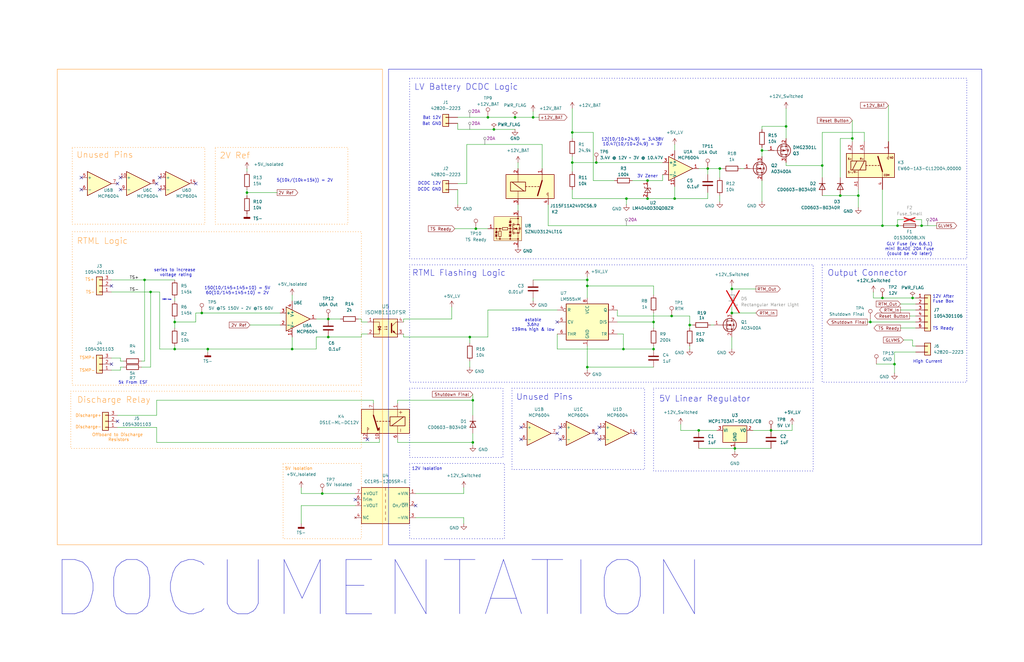
<source format=kicad_sch>
(kicad_sch (version 20250114) (generator "eeschema") (generator_version "9.0")
  (paper "B")
  (title_block (title "Power Electronics Board") (date "2026-1-20") (rev "1.3") (company "Formula Slug"))
  (rectangle (start 119.38 195.58) (end 152.4 227.33) (stroke (width 0.254) (type dot) (color 255 145 26 1)))
  (rectangle (start 172.72 163.83) (end 212.09 193.04) (stroke (width 0.254) (type dot)))
  (rectangle (start 172.72 111.76) (end 342.9 161.29) (stroke (width 0.254) (type dot)))
  (rectangle (start 24.13 29.21) (end 161.29 229.87) (stroke (width 0) (color 255 145 26 1)))
  (rectangle (start 172.72 195.58) (end 212.725 227.33) (stroke (width 0.254) (type dot)))
  (rectangle (start 29.845 165.1) (end 152.4 189.23) (stroke (width 0.254) (type dot) (color 255 145 26 1)))
  (rectangle (start 215.9 163.83) (end 271.78 198.12) (stroke (width 0.254) (type dot)))
  (rectangle (start 30.48 97.79) (end 152.4 162.56) (stroke (width 0.254) (type dot) (color 255 145 26 1)))
  (rectangle (start 346.71 111.76) (end 407.67 161.29) (stroke (width 0.254) (type dot)))
  (rectangle (start 275.59 163.83) (end 342.9 198.755) (stroke (width 0.254) (type dot)))
  (rectangle (start 90.805 62.23) (end 146.685 94.615) (stroke (width 0.254) (type dot) (color 255 145 26 1)))
  (rectangle (start 172.72 33.02) (end 407.67 109.22) (stroke (width 0.254) (type dot)))
  (rectangle (start 163.83 29.21) (end 414.02 229.87))
  (rectangle (start 30.48 62.23) (end 86.36 94.615) (stroke (width 0.254) (type dot) (color 255 145 26 1)))
  (text "Discharge-" (at 37.338 180.34 0) (effects (font (size 1.27 1.27))))
  (text "DCDC GND\n" (at 181.102 80.01 0) (effects (font (size 1.27 1.27))))
  (text "Bat GND\n" (at 182.118 52.324 0) (effects (font (size 1.27 1.27))))
  (text "Unused Pins" (at 229.616 167.64 0) (effects (font (size 2.54 2.54))))
  (text "5k From ESF\n" (at 56.134 161.544 0) (effects (font (size 1.27 1.27))))
  (text "RTML Logic\n" (at 43.18 101.854 0) (effects (font (size 2.54 2.54))))
  (text "150V max" (at 70.358 126.492 0) (effects (font (size 0.508 0.508))))
  (text "High Current" (at 391.16 152.654 0) (effects (font (size 1.27 1.27))))
  (text "TS-" (at 38.1 123.444 0) (effects (font (size 1.27 1.27))))
  (text "3V Zener" (at 273.05 74.422 0) (effects (font (size 1.27 1.27))))
  (text "RTML Flashing Logic" (at 193.548 115.316 0) (effects (font (size 2.54 2.54))))
  (text "Output Connector\n" (at 365.76 115.316 0) (effects (font (size 2.54 2.54))))
  (text "12V After\nFuse Box\n" (at 397.764 126.238 0) (effects (font (size 1.27 1.27))))
  (text "Unused Pins" (at 44.196 65.532 0) (effects (font (size 2.54 2.54))))
  (text "TS Ready\n" (at 397.764 138.684 0) (effects (font (size 1.27 1.27))))
  (text "GLV Fuse (ev 6.6.1)\nmini BLADE 20A Fuse\n(could be 40 later)" (at 383.54 105.156 0) (effects (font (size 1.27 1.27))))
  (text "12V Isolation" (at 180.086 197.866 0) (effects (font (size 1.27 1.27))))
  (text "150(10/145+145+10) = 5V\n60(10/145+145+10) = 2V" (at 100.076 122.682 0) (effects (font (size 1.27 1.27))))
  (text "5V Linear Regulator\n" (at 297.18 168.402 0) (effects (font (size 2.54 2.54))))
  (text "series to increase \nvoltage rating" (at 74.168 115.062 0) (effects (font (size 1.27 1.27))))
  (text "Offboard to Discharge \nResistors\n" (at 50.038 184.658 0) (effects (font (size 1.27 1.27))))
  (text "DOCUMENTATION" (at 159.512 248.666 0) (effects (font (size 22.86 22.86))))
  (text "Discharge+\n" (at 37.338 175.514 0) (effects (font (size 1.27 1.27))))
  (text "Bat 12V\n" (at 182.118 49.784 0) (effects (font (size 1.27 1.27))))
  (text "LV Battery DCDC Logic\n" (at 196.596 36.83 0) (effects (font (size 2.54 2.54))))
  (text "12(10/10+24.9) = 3.438V\n10.47(10/10+24.9) = 3V\n" (at 266.7 59.944 0) (effects (font (size 1.27 1.27))))
  (text "TSMP-\n" (at 36.83 156.464 0) (effects (font (size 1.27 1.27))))
  (text "Discharge Relay\n" (at 48.006 168.91 0) (effects (font (size 2.54 2.54))))
  (text "TS+\n" (at 37.846 118.11 0) (effects (font (size 1.27 1.27))))
  (text "2V Ref\n" (at 99.06 65.786 0) (effects (font (size 2.54 2.54))))
  (text "astable\n3.6hz\n139ms high & low\n" (at 224.79 137.16 0) (effects (font (size 1.27 1.27))))
  (text "DCDC 12V\n" (at 181.102 77.47 0) (effects (font (size 1.27 1.27))))
  (text "5V Isolation" (at 125.984 197.866 0) (effects (font (size 1.27 1.27))))
  (text "TSMP+\n" (at 36.83 151.13 0) (effects (font (size 1.27 1.27))))
  (text "5(10k/(10k+15k)) = 2V" (at 128.524 76.2 0) (effects (font (size 1.27 1.27))))
  (junction (at 359.41 58.42))
  (junction (at 73.66 147.32))
  (junction (at 85.09 132.08))
  (junction (at 275.59 135.89))
  (junction (at 200.66 96.52))
  (junction (at 372.11 95.25))
  (junction (at 73.66 135.89))
  (junction (at 262.89 147.32))
  (junction (at 372.11 125.73))
  (junction (at 247.65 118.11))
  (junction (at 217.17 49.53))
  (junction (at 63.5 123.19))
  (junction (at 251.46 68.58))
  (junction (at 294.64 181.61))
  (junction (at 198.12 142.24))
  (junction (at 264.16 83.82))
  (junction (at 247.65 120.65))
  (junction (at 123.19 147.32))
  (junction (at 247.65 154.94))
  (junction (at 199.39 186.69))
  (junction (at 87.63 147.32))
  (junction (at 208.28 54.61))
  (junction (at 241.3 55.88))
  (junction (at 138.43 142.24))
  (junction (at 308.61 132.08))
  (junction (at 60.96 118.11))
  (junction (at 135.89 208.28))
  (junction (at 384.81 125.73))
  (junction (at 303.53 71.12))
  (junction (at 298.45 71.12))
  (junction (at 199.39 168.91))
  (junction (at 241.3 68.58))
  (junction (at 284.48 83.82))
  (junction (at 224.79 49.53))
  (junction (at 361.95 82.55))
  (junction (at 138.43 134.62))
  (junction (at 325.12 181.61))
  (junction (at 378.46 95.25))
  (junction (at 321.31 63.5))
  (junction (at 346.71 69.85))
  (junction (at 309.88 189.23))
  (junction (at 354.33 82.55))
  (junction (at 205.74 49.53))
  (junction (at 308.61 121.92))
  (junction (at 275.59 147.32))
  (junction (at 377.19 153.67))
  (junction (at 283.21 133.35))
  (junction (at 290.83 137.16))
  (junction (at 273.05 76.2))
  (junction (at 388.62 95.25))
  (junction (at 367.03 135.89))
  (junction (at 104.14 81.28))
  (junction (at 273.05 83.82))
  (junction (at 331.47 53.34))
  (no_connect (at 252.73 185.42))
  (no_connect (at 46.99 120.65))
  (no_connect (at 236.22 180.34))
  (no_connect (at 219.71 180.34))
  (no_connect (at 82.55 77.47))
  (no_connect (at 149.86 210.82))
  (no_connect (at 50.8 74.93))
  (no_connect (at 46.99 153.67))
  (no_connect (at 49.53 177.8))
  (no_connect (at 251.46 182.88))
  (no_connect (at 236.22 185.42))
  (no_connect (at 66.04 77.47))
  (no_connect (at 252.73 180.34))
  (no_connect (at 234.95 182.88))
  (no_connect (at 67.31 80.01))
  (no_connect (at 175.26 213.36))
  (no_connect (at 34.29 74.93))
  (no_connect (at 49.53 77.47))
  (no_connect (at 50.8 80.01))
  (no_connect (at 234.95 135.89))
  (no_connect (at 34.29 80.01))
  (no_connect (at 67.31 74.93))
  (no_connect (at 267.97 182.88))
  (no_connect (at 219.71 185.42))
  (no_connect (at 154.94 185.42))
  (wire (pts (xy 361.95 80.01) (xy 361.95 82.55)))
  (wire (pts (xy 377.19 148.59) (xy 377.19 153.67)))
  (wire (pts (xy 379.73 130.81) (xy 386.08 130.81)))
  (wire (pts (xy 377.19 153.67) (xy 377.19 157.48)))
  (wire (pts (xy 262.89 147.32) (xy 275.59 147.32)))
  (wire (pts (xy 50.8 152.4) (xy 52.07 152.4)))
  (wire (pts (xy 308.61 121.92) (xy 318.77 121.92)))
  (wire (pts (xy 321.31 63.5) (xy 323.85 63.5)))
  (wire (pts (xy 303.53 74.93) (xy 303.53 71.12)))
  (wire (pts (xy 247.65 154.94) (xy 275.59 154.94)))
  (wire (pts (xy 193.04 80.01) (xy 193.04 86.36)))
  (wire (pts (xy 367.03 135.89) (xy 386.08 135.89)))
  (wire (pts (xy 133.35 134.62) (xy 138.43 134.62)))
  (wire (pts (xy 387.35 95.25) (xy 388.62 95.25)))
  (wire (pts (xy 369.57 153.67) (xy 377.19 153.67)))
  (wire (pts (xy 199.39 186.69) (xy 199.39 187.96)))
  (wire (pts (xy 241.3 55.88) (xy 241.3 58.42)))
  (wire (pts (xy 321.31 76.2) (xy 321.31 85.09)))
  (wire (pts (xy 234.95 147.32) (xy 262.89 147.32)))
  (wire (pts (xy 388.62 92.71) (xy 388.62 95.25)))
  (wire (pts (xy 241.3 80.01) (xy 241.3 83.82)))
  (wire (pts (xy 224.79 125.73) (xy 224.79 127)))
  (wire (pts (xy 384.81 143.51) (xy 384.81 146.05)))
  (wire (pts (xy 241.3 55.88) (xy 250.19 55.88)))
  (wire (pts (xy 264.16 83.82) (xy 241.3 83.82)))
  (wire (pts (xy 379.73 128.27) (xy 386.08 128.27)))
  (wire (pts (xy 250.19 76.2) (xy 259.08 76.2)))
  (wire (pts (xy 309.88 190.5) (xy 309.88 189.23)))
  (wire (pts (xy 123.19 147.32) (xy 133.35 147.32)))
  (wire (pts (xy 287.02 179.07) (xy 287.02 181.61)))
  (wire (pts (xy 262.89 140.97) (xy 260.35 140.97)))
  (wire (pts (xy 247.65 118.11) (xy 247.65 120.65)))
  (wire (pts (xy 73.66 135.89) (xy 73.66 138.43)))
  (wire (pts (xy 334.01 179.07) (xy 334.01 181.61)))
  (wire (pts (xy 354.33 58.42) (xy 354.33 74.93)))
  (wire (pts (xy 66.04 186.69) (xy 160.02 186.69)))
  (wire (pts (xy 260.35 133.35) (xy 283.21 133.35)))
  (wire (pts (xy 152.4 142.24) (xy 152.4 140.97)))
  (wire (pts (xy 205.74 142.24) (xy 205.74 130.81)))
  (wire (pts (xy 308.61 132.08) (xy 308.61 129.54)))
  (wire (pts (xy 331.47 53.34) (xy 331.47 58.42)))
  (wire (pts (xy 73.66 146.05) (xy 73.66 147.32)))
  (wire (pts (xy 73.66 135.89) (xy 82.55 135.89)))
  (wire (pts (xy 160.02 186.69) (xy 160.02 185.42)))
  (wire (pts (xy 378.46 92.71) (xy 378.46 95.25)))
  (wire (pts (xy 367.03 135.89) (xy 365.76 135.89)))
  (wire (pts (xy 218.44 68.58) (xy 218.44 71.12)))
  (wire (pts (xy 386.08 92.71) (xy 388.62 92.71)))
  (wire (pts (xy 217.17 49.53) (xy 224.79 49.53)))
  (wire (pts (xy 218.44 86.36) (xy 218.44 88.9)))
  (wire (pts (xy 152.4 135.89) (xy 154.94 135.89)))
  (wire (pts (xy 231.14 95.25) (xy 372.11 95.25)))
  (wire (pts (xy 170.18 134.62) (xy 190.5 134.62)))
  (wire (pts (xy 133.35 142.24) (xy 133.35 147.32)))
  (wire (pts (xy 208.28 54.61) (xy 217.17 54.61)))
  (wire (pts (xy 264.16 83.82) (xy 273.05 83.82)))
  (wire (pts (xy 346.71 69.85) (xy 346.71 74.93)))
  (wire (pts (xy 138.43 134.62) (xy 143.51 134.62)))
  (wire (pts (xy 378.46 95.25) (xy 379.73 95.25)))
  (wire (pts (xy 275.59 135.89) (xy 275.59 138.43)))
  (wire (pts (xy 151.13 134.62) (xy 152.4 134.62)))
  (wire (pts (xy 359.41 58.42) (xy 354.33 58.42)))
  (wire (pts (xy 191.77 96.52) (xy 200.66 96.52)))
  (wire (pts (xy 290.83 137.16) (xy 290.83 138.43)))
  (wire (pts (xy 127 213.36) (xy 127 220.98)))
  (wire (pts (xy 196.85 77.47) (xy 196.85 60.96)))
  (wire (pts (xy 368.3 123.19) (xy 368.3 125.73)))
  (wire (pts (xy 193.04 49.53) (xy 205.74 49.53)))
  (wire (pts (xy 368.3 125.73) (xy 372.11 125.73)))
  (wire (pts (xy 321.31 63.5) (xy 321.31 66.04)))
  (wire (pts (xy 290.83 133.35) (xy 290.83 137.16)))
  (wire (pts (xy 275.59 132.08) (xy 275.59 135.89)))
  (wire (pts (xy 372.11 125.73) (xy 384.81 125.73)))
  (wire (pts (xy 372.11 80.01) (xy 372.11 95.25)))
  (wire (pts (xy 118.11 137.16) (xy 105.41 137.16)))
  (wire (pts (xy 346.71 82.55) (xy 354.33 82.55)))
  (wire (pts (xy 104.14 80.01) (xy 104.14 81.28)))
  (wire (pts (xy 82.55 135.89) (xy 82.55 132.08)))
  (wire (pts (xy 364.49 55.88) (xy 364.49 59.69)))
  (wire (pts (xy 284.48 60.96) (xy 284.48 63.5)))
  (wire (pts (xy 66.04 168.91) (xy 66.04 175.26)))
  (wire (pts (xy 224.79 46.99) (xy 224.79 49.53)))
  (wire (pts (xy 200.66 96.52) (xy 205.74 96.52)))
  (wire (pts (xy 170.18 142.24) (xy 198.12 142.24)))
  (wire (pts (xy 284.48 83.82) (xy 298.45 83.82)))
  (wire (pts (xy 198.12 152.4) (xy 198.12 154.94)))
  (wire (pts (xy 127 205.74) (xy 127 208.28)))
  (wire (pts (xy 135.89 208.28) (xy 149.86 208.28)))
  (wire (pts (xy 290.83 146.05) (xy 290.83 147.32)))
  (wire (pts (xy 298.45 71.12) (xy 303.53 71.12)))
  (wire (pts (xy 193.04 54.61) (xy 208.28 54.61)))
  (wire (pts (xy 198.12 142.24) (xy 205.74 142.24)))
  (wire (pts (xy 199.39 182.88) (xy 199.39 186.69)))
  (wire (pts (xy 205.74 130.81) (xy 234.95 130.81)))
  (wire (pts (xy 199.39 166.37) (xy 199.39 168.91)))
  (wire (pts (xy 384.81 125.73) (xy 386.08 125.73)))
  (wire (pts (xy 331.47 45.72) (xy 331.47 53.34)))
  (wire (pts (xy 193.04 77.47) (xy 196.85 77.47)))
  (wire (pts (xy 170.18 135.89) (xy 170.18 134.62)))
  (wire (pts (xy 372.11 95.25) (xy 378.46 95.25)))
  (wire (pts (xy 264.16 83.82) (xy 264.16 86.36)))
  (wire (pts (xy 157.48 168.91) (xy 157.48 170.18)))
  (wire (pts (xy 228.6 60.96) (xy 228.6 71.12)))
  (wire (pts (xy 241.3 68.58) (xy 241.3 72.39)))
  (wire (pts (xy 66.04 168.91) (xy 157.48 168.91)))
  (wire (pts (xy 231.14 86.36) (xy 231.14 95.25)))
  (wire (pts (xy 193.04 54.61) (xy 193.04 52.07)))
  (wire (pts (xy 388.62 95.25) (xy 394.97 95.25)))
  (wire (pts (xy 49.53 180.34) (xy 66.04 180.34)))
  (wire (pts (xy 331.47 69.85) (xy 346.71 69.85)))
  (wire (pts (xy 381 143.51) (xy 384.81 143.51)))
  (wire (pts (xy 63.5 154.94) (xy 63.5 123.19)))
  (wire (pts (xy 50.8 156.21) (xy 46.99 156.21)))
  (wire (pts (xy 294.64 181.61) (xy 302.26 181.61)))
  (wire (pts (xy 298.45 71.12) (xy 298.45 73.66)))
  (wire (pts (xy 104.14 81.28) (xy 104.14 82.55)))
  (wire (pts (xy 224.79 49.53) (xy 227.33 49.53)))
  (wire (pts (xy 303.53 82.55) (xy 303.53 85.09)))
  (wire (pts (xy 359.41 58.42) (xy 359.41 50.8)))
  (wire (pts (xy 290.83 137.16) (xy 292.1 137.16)))
  (wire (pts (xy 127 213.36) (xy 149.86 213.36)))
  (wire (pts (xy 198.12 142.24) (xy 198.12 144.78)))
  (wire (pts (xy 308.61 120.65) (xy 308.61 121.92)))
  (wire (pts (xy 167.64 186.69) (xy 199.39 186.69)))
  (wire (pts (xy 294.64 71.12) (xy 298.45 71.12)))
  (wire (pts (xy 260.35 130.81) (xy 260.35 133.35)))
  (wire (pts (xy 60.96 118.11) (xy 60.96 152.4)))
  (wire (pts (xy 331.47 69.85) (xy 331.47 68.58)))
  (wire (pts (xy 127 208.28) (xy 135.89 208.28)))
  (wire (pts (xy 50.8 152.4) (xy 50.8 151.13)))
  (wire (pts (xy 190.5 129.54) (xy 190.5 134.62)))
  (wire (pts (xy 59.69 154.94) (xy 63.5 154.94)))
  (wire (pts (xy 284.48 78.74) (xy 284.48 83.82)))
  (wire (pts (xy 304.8 71.12) (xy 303.53 71.12)))
  (wire (pts (xy 87.63 148.59) (xy 87.63 147.32)))
  (wire (pts (xy 275.59 120.65) (xy 275.59 124.46)))
  (wire (pts (xy 317.5 181.61) (xy 325.12 181.61)))
  (wire (pts (xy 247.65 120.65) (xy 247.65 125.73)))
  (wire (pts (xy 260.35 135.89) (xy 275.59 135.89)))
  (wire (pts (xy 309.88 189.23) (xy 325.12 189.23)))
  (wire (pts (xy 118.11 132.08) (xy 85.09 132.08)))
  (wire (pts (xy 170.18 140.97) (xy 170.18 142.24)))
  (wire (pts (xy 250.19 55.88) (xy 250.19 76.2)))
  (wire (pts (xy 262.89 140.97) (xy 262.89 147.32)))
  (wire (pts (xy 152.4 134.62) (xy 152.4 135.89)))
  (wire (pts (xy 321.31 62.23) (xy 321.31 63.5)))
  (wire (pts (xy 321.31 53.34) (xy 331.47 53.34)))
  (wire (pts (xy 67.31 147.32) (xy 73.66 147.32)))
  (wire (pts (xy 287.02 181.61) (xy 294.64 181.61)))
  (wire (pts (xy 104.14 81.28) (xy 116.84 81.28)))
  (wire (pts (xy 167.64 168.91) (xy 199.39 168.91)))
  (wire (pts (xy 152.4 140.97) (xy 154.94 140.97)))
  (wire (pts (xy 367.03 134.62) (xy 367.03 135.89)))
  (wire (pts (xy 247.65 120.65) (xy 275.59 120.65)))
  (wire (pts (xy 234.95 140.97) (xy 234.95 147.32)))
  (wire (pts (xy 87.63 147.32) (xy 123.19 147.32)))
  (wire (pts (xy 138.43 142.24) (xy 133.35 142.24)))
  (wire (pts (xy 196.85 60.96) (xy 228.6 60.96)))
  (wire (pts (xy 152.4 142.24) (xy 138.43 142.24)))
  (wire (pts (xy 383.54 133.35) (xy 386.08 133.35)))
  (wire (pts (xy 361.95 82.55) (xy 361.95 87.63)))
  (wire (pts (xy 298.45 83.82) (xy 298.45 81.28)))
  (wire (pts (xy 167.64 185.42) (xy 167.64 186.69)))
  (wire (pts (xy 251.46 68.58) (xy 279.4 68.58)))
  (wire (pts (xy 374.65 44.45) (xy 374.65 59.69)))
  (wire (pts (xy 63.5 123.19) (xy 67.31 123.19)))
  (wire (pts (xy 384.81 146.05) (xy 386.08 146.05)))
  (wire (pts (xy 279.4 76.2) (xy 279.4 73.66)))
  (wire (pts (xy 123.19 124.46) (xy 123.19 127)))
  (wire (pts (xy 67.31 123.19) (xy 67.31 147.32)))
  (wire (pts (xy 50.8 151.13) (xy 46.99 151.13)))
  (wire (pts (xy 59.69 152.4) (xy 60.96 152.4)))
  (wire (pts (xy 167.64 168.91) (xy 167.64 170.18)))
  (wire (pts (xy 205.74 49.53) (xy 217.17 49.53)))
  (wire (pts (xy 199.39 168.91) (xy 199.39 175.26)))
  (wire (pts (xy 73.66 125.73) (xy 73.66 127)))
  (wire (pts (xy 266.7 76.2) (xy 273.05 76.2)))
  (wire (pts (xy 224.79 118.11) (xy 247.65 118.11)))
  (wire (pts (xy 381 92.71) (xy 378.46 92.71)))
  (wire (pts (xy 195.58 205.74) (xy 195.58 208.28)))
  (wire (pts (xy 241.3 68.58) (xy 251.46 68.58)))
  (wire (pts (xy 299.72 137.16) (xy 300.99 137.16)))
  (wire (pts (xy 247.65 116.84) (xy 247.65 118.11)))
  (wire (pts (xy 247.65 154.94) (xy 247.65 156.21)))
  (wire (pts (xy 283.21 133.35) (xy 290.83 133.35)))
  (wire (pts (xy 294.64 189.23) (xy 309.88 189.23)))
  (wire (pts (xy 195.58 218.44) (xy 195.58 220.98)))
  (wire (pts (xy 82.55 132.08) (xy 85.09 132.08)))
  (wire (pts (xy 241.3 45.72) (xy 241.3 55.88)))
  (wire (pts (xy 46.99 123.19) (xy 63.5 123.19)))
  (wire (pts (xy 354.33 82.55) (xy 361.95 82.55)))
  (wire (pts (xy 346.71 55.88) (xy 346.71 69.85)))
  (wire (pts (xy 66.04 175.26) (xy 49.53 175.26)))
  (wire (pts (xy 377.19 148.59) (xy 386.08 148.59)))
  (wire (pts (xy 359.41 59.69) (xy 359.41 58.42)))
  (wire (pts (xy 273.05 83.82) (xy 284.48 83.82)))
  (wire (pts (xy 364.49 55.88) (xy 346.71 55.88)))
  (wire (pts (xy 334.01 181.61) (xy 325.12 181.61)))
  (wire (pts (xy 273.05 76.2) (xy 279.4 76.2)))
  (wire (pts (xy 247.65 146.05) (xy 247.65 154.94)))
  (wire (pts (xy 104.14 71.12) (xy 104.14 72.39)))
  (wire (pts (xy 73.66 134.62) (xy 73.66 135.89)))
  (wire (pts (xy 50.8 154.94) (xy 50.8 156.21)))
  (wire (pts (xy 123.19 142.24) (xy 123.19 147.32)))
  (wire (pts (xy 308.61 142.24) (xy 308.61 147.32)))
  (wire (pts (xy 66.04 180.34) (xy 66.04 186.69)))
  (wire (pts (xy 175.26 218.44) (xy 195.58 218.44)))
  (wire (pts (xy 275.59 146.05) (xy 275.59 147.32)))
  (wire (pts (xy 175.26 208.28) (xy 195.58 208.28)))
  (wire (pts (xy 241.3 66.04) (xy 241.3 68.58)))
  (wire (pts (xy 46.99 118.11) (xy 60.96 118.11)))
  (wire (pts (xy 308.61 132.08) (xy 318.77 132.08)))
  (wire (pts (xy 379.73 138.43) (xy 386.08 138.43)))
  (wire (pts (xy 73.66 147.32) (xy 87.63 147.32)))
  (wire (pts (xy 312.42 71.12) (xy 313.69 71.12)))
  (wire (pts (xy 321.31 53.34) (xy 321.31 54.61)))
  (wire (pts (xy 50.8 154.94) (xy 52.07 154.94)))
  (wire (pts (xy 60.96 118.11) (xy 73.66 118.11)))
  (label "TS-" (at 54.61 123.19 0))
  (label "TS+" (at 54.61 118.11 0))
  (global_label "RTM_In" (shape output) (at 379.73 130.81 180) (property "Intersheetrefs" "${INTERSHEET_REFS}" (effects (hide yes))))
  (global_label "+12V_BAT" (shape input) (at 374.65 44.45 180) (property "Intersheetrefs" "${INTERSHEET_REFS}" (effects (hide yes))))
  (global_label "TS Ready" (shape input) (at 191.77 96.52 180) (property "Intersheetrefs" "${INTERSHEET_REFS}" (effects (hide yes))))
  (global_label "RTM_Out" (shape input) (at 379.73 128.27 180) (property "Intersheetrefs" "${INTERSHEET_REFS}" (effects (hide yes))))
  (global_label "GLVMS" (shape input) (at 381 143.51 180) (property "Intersheetrefs" "${INTERSHEET_REFS}" (effects (hide yes))))
  (global_label "2V Ref" (shape input) (at 105.41 137.16 180) (property "Intersheetrefs" "${INTERSHEET_REFS}" (effects (hide yes))))
  (global_label "Reset Button" (shape input) (at 359.41 50.8 180) (property "Intersheetrefs" "${INTERSHEET_REFS}" (effects (hide yes))))
  (global_label "RTM_In" (shape input) (at 318.77 132.08 0) (property "Intersheetrefs" "${INTERSHEET_REFS}" (effects (hide yes))))
  (global_label "GLVMS" (shape output) (at 394.97 95.25 0) (property "Intersheetrefs" "${INTERSHEET_REFS}" (effects (hide yes))))
  (global_label "Shutdown Final" (shape output) (at 365.76 135.89 180) (property "Intersheetrefs" "${INTERSHEET_REFS}" (effects (hide yes))))
  (global_label "RTM_Out" (shape output) (at 318.77 121.92 0) (property "Intersheetrefs" "${INTERSHEET_REFS}" (effects (hide yes))))
  (global_label "+12V_BAT" (shape output) (at 227.33 49.53 0) (property "Intersheetrefs" "${INTERSHEET_REFS}" (effects (hide yes))))
  (global_label "Shutdown Final" (shape input) (at 199.39 166.37 180) (property "Intersheetrefs" "${INTERSHEET_REFS}" (effects (hide yes))))
  (global_label "2V Ref" (shape output) (at 116.84 81.28 0) (property "Intersheetrefs" "${INTERSHEET_REFS}" (effects (hide yes))))
  (global_label "TS Ready" (shape output) (at 379.73 138.43 180) (property "Intersheetrefs" "${INTERSHEET_REFS}" (effects (hide yes))))
  (global_label "Reset Button" (shape output) (at 383.54 133.35 180) (property "Intersheetrefs" "${INTERSHEET_REFS}" (effects (hide yes))))
  (netclass_flag "" (length 2.54) (shape round) (at 198.12 49.53 0) (property "Netclass" "20A" (at 198.8185 46.99 0) (effects (justify left))))
  (netclass_flag "" (length 2.54) (shape round) (at 198.12 54.61 0) (property "Netclass" "20A" (at 198.8185 52.07 0) (effects (justify left))))
  (netclass_flag "" (length 2.54) (shape round) (at 391.16 95.25 0) (property "Netclass" "20A" (at 391.8585 92.71 0) (effects (justify left))))
  (netclass_flag "" (length 2.54) (shape round) (at 264.16 95.25 0) (property "Netclass" "20A" (at 264.8585 92.71 0) (effects (justify left))))
  (netclass_flag "" (length 2.54) (shape round) (at 204.47 60.96 0) (property "Netclass" "20A" (at 205.1685 58.42 0) (effects (justify left))))
  (symbol (lib_id "power:+12V") (at 308.61 120.65 0) (unit 1)
    (property "Reference" "#PWR027" (effects (hide yes)))
    (property "Value" "+12V_Switched" (at 308.61 115.824 0))
    (property "Description" "Power symbol creates a global label with name \"+12V\"" (effects (hide yes)))
  )
  (symbol (lib_name "Conn_01x02_1") (lib_id "Connector_Generic:Conn_01x02") (at 187.96 52.07 180) (unit 1)
    (property "Reference" "J1" (at 187.96 43.18 0))
    (property "Value" "42820-2223" (at 187.96 45.72 0))
    (property "Footprint" "FS_4_Global_Footprint_Library:CONN_SDA-42820-0002_02_RC_MOL (42820-2223)" (effects (hide yes)))
    (property "Datasheet" "https://www.molex.com/en-us/products/part-detail-pdf/428202223?display=pdf" (effects (hide yes)))
    (property "Description" "Generic connector, single row, 01x02, script generated (kicad-library-utils/schlib/autogen/connector/)" (effects (hide yes)))
    (property "MFG PN" "42820-2223 " (effects (hide yes)))
    (property "Digi PN" "WM11250-ND" (effects (hide yes)))
    (property "Digi URL" "https://www.digikey.com/en/products/detail/molex/0428202223/3310054" (effects (hide yes)))
    (property "MFG" "Molex" (effects (hide yes)))
  )
  (symbol (lib_id "Connector_Generic:Conn_01x03") (at 41.91 120.65 180) (unit 1)
    (property "Reference" "J3" (at 41.91 112.268 0))
    (property "Value" "1054301103" (at 41.91 114.808 0))
    (property "Footprint" "FS_4_Global_Footprint_Library:1054301103" (effects (hide yes)))
    (property "Datasheet" "https://www.molex.com/en-us/products/part-detail/1054301103" (effects (hide yes)))
    (property "Description" "CONN HEADER SMD R/A 3POS 2.5MM" (effects (hide yes)))
    (property "Digi PN" "WM26091CT-ND" (effects (hide yes)))
    (property "MFG PN" "1054301103" (effects (hide yes)))
    (property "Digi URL" "https://www.digikey.com/en/products/detail/molex/1054301103/9959377" (effects (hide yes)))
    (property "MFG" "Molex" (effects (hide yes)))
  )
  (symbol (lib_id "Device:R") (at 104.14 76.2 180) (unit 1)
    (property "Reference" "R13" (at 106.68 74.9299 0) (effects (justify right)))
    (property "Value" "15k" (at 106.68 77.4699 0) (effects (justify right)))
    (property "Footprint" "Resistor_SMD:R_0603_1608Metric_Pad0.98x0.95mm_HandSolder" (effects (hide yes)))
    (property "Datasheet" "https://yageogroup.com/content/datasheet/asset/file/PYU-RC_GROUP_51_ROHS_L" (effects (hide yes)))
    (property "Description" "Resistor" (effects (hide yes)))
    (property "MFG PN" "RC0603FR-0715KL" (effects (hide yes)))
    (property "Digi PN" "311-15.0KHRCT-ND" (effects (hide yes)))
    (property "Digi URL" "https://www.digikey.com/en/products/detail/yageo/RC0603FR-0715KL/726953" (effects (hide yes)))
    (property "MFG" "YAGEO" (effects (hide yes)))
  )
  (symbol (lib_id "power:GND") (at 303.53 85.09 0) (unit 1)
    (property "Reference" "#PWR031" (effects (hide yes)))
    (property "Value" "GND" (at 299.212 86.868 0))
    (property "Description" "Power symbol creates a global label with name \"GND\" , ground" (effects (hide yes)))
  )
  (symbol (lib_id "Device:R") (at 55.88 154.94 270) (unit 1)
    (property "Reference" "R7" (at 55.88 159.512 90))
    (property "Value" "5k" (at 55.88 157.48 90))
    (property "Footprint" "Resistor_THT:R_Axial_Power_L20.0mm_W6.4mm_P22.40mm" (effects (hide yes)))
    (property "Datasheet" "https://www.bourns.com/docs/Product-Datasheets/UB.pdf" (effects (hide yes)))
    (property "Description" "Resistor" (effects (hide yes)))
    (property "MFG PN" "UB5C-5KF1" (effects (hide yes)))
    (property "Digi PN" "696-1085-ND" (effects (hide yes)))
    (property "Digi URL" "https://www.digikey.com/en/products/detail/riedon-products-by-bourns/UB5C-5KF1/2176663" (effects (hide yes)))
    (property "MFG" "Riedon products by Bourns" (effects (hide yes)))
  )
  (symbol (lib_id "Device:R") (at 241.3 76.2 180) (unit 1)
    (property "Reference" "R11" (at 243.84 74.9299 0) (effects (justify right)))
    (property "Value" "10k" (at 243.84 77.4699 0) (effects (justify right)))
    (property "Footprint" "Resistor_SMD:R_0603_1608Metric_Pad0.98x0.95mm_HandSolder" (effects (hide yes)))
    (property "Datasheet" "https://yageogroup.com/content/datasheet/asset/file/PYU-RC_GROUP_51_ROHS_L" (effects (hide yes)))
    (property "Description" "Resistor" (effects (hide yes)))
    (property "Digi PN" "311-10.0KHRCT-ND" (effects (hide yes)))
    (property "MFG PN" "RC0603FR-0710KL" (effects (hide yes)))
    (property "Digi URL" "https://www.digikey.com/en/products/detail/yageo/RC0603FR-0710KL/726880" (effects (hide yes)))
    (property "MFG" "YAGEO" (effects (hide yes)))
  )
  (symbol (lib_id "Connector:TestPoint") (at 85.09 132.08 0) (unit 1) (in_bom no)
    (property "Reference" "TP5" (at 87.63 127.5079 0) (effects (justify left)))
    (property "Value" "5V @TS 150V ~ 2V @TS 60V" (at 87.884 130.048 0) (effects (justify left)))
    (property "Footprint" "TestPoint:TestPoint_Pad_1.0x1.0mm" (effects (hide yes)))
    (property "Description" "test point" (effects (hide yes)))
  )
  (symbol (lib_id "Connector:TestPoint") (at 325.12 181.61 0) (unit 1) (in_bom no)
    (property "Reference" "TP8" (at 327.66 177.0379 0) (effects (justify left)))
    (property "Value" "5V LV" (at 327.66 179.5779 0) (effects (justify left)))
    (property "Footprint" "TestPoint:TestPoint_Pad_1.0x1.0mm" (effects (hide yes)))
    (property "Description" "test point" (effects (hide yes)))
  )
  (symbol (lib_id "Connector_Generic:Conn_01x03") (at 44.45 177.8 180) (unit 1)
    (property "Reference" "J5" (at 57.658 176.53 0))
    (property "Value" "1054301103" (at 57.658 179.07 0))
    (property "Footprint" "FS_4_Global_Footprint_Library:1054301103" (effects (hide yes)))
    (property "Datasheet" "https://www.molex.com/en-us/products/part-detail/1054301103" (effects (hide yes)))
    (property "Description" "CONN HEADER SMD R/A 3POS 2.5MM" (effects (hide yes)))
    (property "Digi PN" "WM26091CT-ND" (effects (hide yes)))
    (property "MFG PN" "1054301103" (effects (hide yes)))
    (property "Digi URL" "https://www.digikey.com/en/products/detail/molex/1054301103/9959377" (effects (hide yes)))
    (property "MFG" "Molex" (effects (hide yes)))
  )
  (symbol (lib_id "Amplifier_Operational:MCP6004") (at 41.91 77.47 0) (unit 2)
    (property "Reference" "U6" (at 45.72 80.264 0))
    (property "Value" "MCP6004" (at 45.72 82.804 0))
    (property "Footprint" "Package_SO:SOIC-14_3.9x8.7mm_P1.27mm" (effects (hide yes)))
    (property "Datasheet" "https://ww1.microchip.com/downloads/en/DeviceDoc/MCP6001-1R-1U-2-4-1-MHz-Low-Power-Op-Amp-DS20001733L.pdf" (effects (hide yes)))
    (property "Description" "1MHz, Low-Power Op Amp, DIP-14/SOIC-14/TSSOP-14" (effects (hide yes)))
    (property "MFG PN" "MCP6004-I/SL" (effects (hide yes)))
    (property "Digi PN" "MCP6004-I/SL-ND" (effects (hide yes)))
    (property "Digi URL" "https://www.digikey.com/en/products/detail/microchip-technology/MCP6004-I-SL/523061?gclsrc=aw.ds&gad_source=1&gad_campaignid=17922795960&gbraid=0AAAAADrbLlirMt8CnwTpqopm1INQzq2TO&gclid=Cj0KCQiAvtzLBhCPARIsALwhxdquhsBlAg_bKJq5CGOPXtiGSHN9oTmcxlIwgH0Oo6MGXvgyCW9ozEQaAsWSEALw_wcB" (effects (hide yes)))
    (property "MFG" "Microchip Technology" (effects (hide yes)))
  )
  (symbol (lib_id "power:+5V") (at 127 205.74 0) (unit 1)
    (property "Reference" "#PWR010" (effects (hide yes)))
    (property "Value" "+5V_Isolated" (at 127 200.152 0))
    (property "Description" "Power symbol creates a global label with name \"+5V\"" (effects (hide yes)))
  )
  (symbol (lib_id "Transistor_FET:DMG2301L") (at 328.93 63.5 0) (mirror x) (unit 1)
    (property "Reference" "Q3" (at 334.264 64.77 0) (effects (justify left)))
    (property "Value" "DMG2301L" (at 334.264 62.23 0) (effects (justify left)))
    (property "Footprint" "Package_TO_SOT_SMD:SOT-23" (effects (hide yes)))
    (property "Datasheet" "https://www.diodes.com/assets/Datasheets/DMG2301L.pdf" (effects (hide yes)))
    (property "Description" "-3A Id, -20V Vds, P-Channel MOSFET, SOT-23" (effects (hide yes)))
    (property "MFG PN" "DMG2301L-13" (effects (hide yes)))
    (property "Digi PN" "31-DMG2301L-13CT-ND" (effects (hide yes)))
    (property "Digi URL" "https://www.digikey.com/en/products/detail/diodes-incorporated/DMG2301L-13/5768496" (effects (hide yes)))
    (property "MFG" "Diodes Incorporated" (effects (hide yes)))
  )
  (symbol (lib_id "Device:R") (at 308.61 71.12 90) (unit 1)
    (property "Reference" "R18" (at 308.61 64.77 90))
    (property "Value" "1k" (at 308.61 67.31 90))
    (property "Footprint" "Resistor_SMD:R_0603_1608Metric_Pad0.98x0.95mm_HandSolder" (effects (hide yes)))
    (property "Datasheet" "https://yageogroup.com/content/datasheet/asset/file/PYU-RC_GROUP_51_ROHS_L" (effects (hide yes)))
    (property "Description" "Resistor" (effects (hide yes)))
    (property "MFG PN" "RMCF0603FT1K00" (effects (hide yes)))
    (property "Digi PN" "RMCF0603FT1K00CT-ND" (effects (hide yes)))
    (property "Digi URL" "https://www.digikey.com/en/products/detail/stackpole-electronics-inc/RMCF0603FT1K00/1761077" (effects (hide yes)))
    (property "MFG" "Stackpole Electronics Inc" (effects (hide yes)))
  )
  (symbol (lib_id "Connector:TestPoint") (at 251.46 68.58 0) (unit 1) (in_bom no)
    (property "Reference" "TP6" (at 252.984 64.008 0) (effects (justify left)))
    (property "Value" "3.4V @ 12V ~ 3V @ 10.47V" (at 252.984 66.548 0) (effects (justify left)))
    (property "Footprint" "TestPoint:TestPoint_Pad_1.0x1.0mm" (effects (hide yes)))
    (property "Description" "test point" (effects (hide yes)))
  )
  (symbol (lib_id "power:GND") (at 224.79 127 0) (unit 1)
    (property "Reference" "#PWR032" (effects (hide yes)))
    (property "Value" "GND" (at 228.854 128.778 0))
    (property "Description" "Power symbol creates a global label with name \"GND\" , ground" (effects (hide yes)))
  )
  (symbol (lib_id "Device:C") (at 275.59 151.13 0) (unit 1)
    (property "Reference" "C4" (at 279.4 149.8599 0) (effects (justify left)))
    (property "Value" "1uF" (at 279.4 152.3999 0) (effects (justify left)))
    (property "Footprint" "Capacitor_SMD:C_0603_1608Metric_Pad1.08x0.95mm_HandSolder" (effects (hide yes)))
    (property "Datasheet" "https://mm.digikey.com/Volume0/opasdata/d220001/medias/docus/3644/CL10B105KA8NNNC_spec.pdf" (effects (hide yes)))
    (property "Description" "Unpolarized capacitor" (effects (hide yes)))
    (property "MFG PN" "CL10B105KA8NNNC" (effects (hide yes)))
    (property "Digi PN" "1276-1184-1-ND" (effects (hide yes)))
    (property "Digi URL" "https://www.digikey.com/en/products/detail/samsung-electro-mechanics/CL10B105KA8NNNC/3886842" (effects (hide yes)))
    (property "MFG" "Samsung Electro-Mechanics" (effects (hide yes)))
  )
  (symbol (lib_id "power:GND") (at 361.95 87.63 0) (unit 1)
    (property "Reference" "#PWR05" (effects (hide yes)))
    (property "Value" "GND" (at 357.632 89.154 0))
    (property "Description" "Power symbol creates a global label with name \"GND\" , ground" (effects (hide yes)))
  )
  (symbol (lib_id "power:GNDD") (at 87.63 148.59 0) (unit 1)
    (property "Reference" "#PWR09" (effects (hide yes)))
    (property "Value" "TS-" (at 87.63 152.4 0))
    (property "Description" "Power symbol creates a global label with name \"GNDD\" , digital ground" (effects (hide yes)))
  )
  (symbol (lib_id "power:+5V") (at 190.5 129.54 0) (unit 1)
    (property "Reference" "#PWR022" (effects (hide yes)))
    (property "Value" "+5V_LV" (at 190.5 124.968 0))
    (property "Description" "Power symbol creates a global label with name \"+5V\"" (effects (hide yes)))
  )
  (symbol (lib_id "power:GND") (at 195.58 220.98 0) (unit 1)
    (property "Reference" "#PWR012" (effects (hide yes)))
    (property "Value" "GND" (at 191.516 222.758 0))
    (property "Description" "Power symbol creates a global label with name \"GND\" , ground" (effects (hide yes)))
  )
  (symbol (lib_id "Device:R") (at 275.59 142.24 0) (unit 1)
    (property "Reference" "R9" (at 278.13 140.9699 0) (effects (justify left)))
    (property "Value" "200k" (at 278.13 143.5099 0) (effects (justify left)))
    (property "Footprint" "Resistor_SMD:R_0603_1608Metric_Pad0.98x0.95mm_HandSolder" (effects (hide yes)))
    (property "Datasheet" "https://industrial.panasonic.com/cdbs/www-data/pdf/RDM0000/AOA0000C307.pdf" (effects (hide yes)))
    (property "Description" "Resistor" (effects (hide yes)))
    (property "MFG PN" "ERA-3AEB204V" (effects (hide yes)))
    (property "Digi PN" "P200KDBCT-ND" (effects (hide yes)))
    (property "Digi URL" "https://www.digikey.com/en/products/detail/panasonic-electronic-components/ERA-3AEB204V/1465909" (effects (hide yes)))
    (property "MFG" "Panasonic Electronic Components" (effects (hide yes)))
  )
  (symbol (lib_id "Diode:1N4007") (at 346.71 78.74 90) (mirror x) (unit 1)
    (property "Reference" "D2" (at 344.17 77.4699 90) (effects (justify left)))
    (property "Value" "CD0603-B0340R" (at 344.17 80.0099 90) (effects (justify left)))
    (property "Footprint" "Diode_SMD:D_0603_1608Metric" (effects (hide yes)))
    (property "Datasheet" "https://www.bourns.com/docs/product-datasheets/cd0603-b.pdf" (effects (hide yes)))
    (property "Description" "DIODE SCHOTTKY 40V 300MA 0603" (effects (hide yes)))
    (property "MFG PN" "CD0603-B0340R" (effects (hide yes)))
    (property "MFG" "Bourns Inc." (effects (hide yes)))
    (property "Sim.Device" "D" (effects (hide yes)))
    (property "Sim.Pins" "1=K 2=A" (effects (hide yes)))
    (property "Digi PN" "CD0603-B0340RCT-ND" (effects (hide yes)))
    (property "Digi URL" "https://www.digikey.com/en/products/detail/bourns-inc/CD0603-B0340R/7796828" (effects (hide yes)))
  )
  (symbol (lib_id "Device:R") (at 73.66 142.24 180) (unit 1)
    (property "Reference" "R2" (at 76.2 140.9699 0) (effects (justify right)))
    (property "Value" "10k" (at 76.2 143.5099 0) (effects (justify right)))
    (property "Footprint" "Resistor_SMD:R_0603_1608Metric_Pad0.98x0.95mm_HandSolder" (effects (hide yes)))
    (property "Datasheet" "https://yageogroup.com/content/datasheet/asset/file/PYU-RC_GROUP_51_ROHS_L" (effects (hide yes)))
    (property "Description" "Resistor" (effects (hide yes)))
    (property "Digi PN" "311-10.0KHRCT-ND" (effects (hide yes)))
    (property "MFG PN" "RC0603FR-0710KL" (effects (hide yes)))
    (property "Digi URL" "https://www.digikey.com/en/products/detail/yageo/RC0603FR-0710KL/726880" (effects (hide yes)))
    (property "MFG" "YAGEO" (effects (hide yes)))
  )
  (symbol (lib_id "power:+5V") (at 334.01 179.07 0) (unit 1)
    (property "Reference" "#PWR0101" (effects (hide yes)))
    (property "Value" "+5V_LV" (at 330.454 173.99 0) (effects (justify left)))
    (property "Description" "Power symbol creates a global label with name \"+5V\"" (effects (hide yes)))
  )
  (symbol (lib_id "power:PWR_FLAG") (at 217.17 49.53 0) (unit 1)
    (property "Reference" "#FLG01" (effects (hide yes)))
    (property "Value" "PWR_FLAG" (at 217.17 44.45 0))
    (property "Description" "Special symbol for telling ERC where power comes from" (effects (hide yes)))
  )
  (symbol (lib_id "Device:C") (at 138.43 138.43 0) (unit 1)
    (property "Reference" "C6" (at 138.43 144.78 0) (effects (justify left)))
    (property "Value" "0.1uF" (at 138.43 147.32 0) (effects (justify left)))
    (property "Footprint" "Capacitor_SMD:C_0603_1608Metric_Pad1.08x0.95mm_HandSolder" (effects (hide yes)))
    (property "Datasheet" "https://yageogroup.com/content/datasheet/asset/file/KEM_C1002_X7R_SMD" (effects (hide yes)))
    (property "Description" "Unpolarized capacitor" (effects (hide yes)))
    (property "MFG PN" "C0603C104K5RACTU" (effects (hide yes)))
    (property "MFG" "KEMET" (effects (hide yes)))
    (property "Digi PN" "399-C0603C104K5RACTUCT-ND" (effects (hide yes)))
    (property "Digi URL" "https://www.digikey.com/en/products/detail/kemet/C0603C104K5RACTU/1465594" (effects (hide yes)))
  )
  (symbol (lib_id "Device:R") (at 241.3 62.23 0) (unit 1)
    (property "Reference" "R1" (at 243.84 60.9599 0) (effects (justify left)))
    (property "Value" "24.9k" (at 243.84 63.4999 0) (effects (justify left)))
    (property "Footprint" "Resistor_SMD:R_0603_1608Metric" (effects (hide yes)))
    (property "Datasheet" "https://yageogroup.com/content/datasheet/asset/file/PYU-RC_GROUP_51_ROHS_L" (effects (hide yes)))
    (property "Description" "Resistor" (effects (hide yes)))
    (property "MFG PN" "RC0603FR-0724K9L" (effects (hide yes)))
    (property "Digi PN" "311-24.9KHRCT-ND" (effects (hide yes)))
    (property "Digi URL" "https://www.digikey.com/en/products/detail/yageo/RC0603FR-0724K9L/727080" (effects (hide yes)))
    (property "MFG" "YAGEO" (effects (hide yes)))
  )
  (symbol (lib_id "Connector_Generic:Conn_01x03") (at 41.91 153.67 180) (unit 1)
    (property "Reference" "J4" (at 41.91 144.78 0))
    (property "Value" "1054301103" (at 41.91 147.32 0))
    (property "Footprint" "FS_4_Global_Footprint_Library:1054301103" (effects (hide yes)))
    (property "Datasheet" "https://www.molex.com/en-us/products/part-detail/1054301103" (effects (hide yes)))
    (property "Description" "CONN HEADER SMD R/A 3POS 2.5MM" (effects (hide yes)))
    (property "Digi PN" "WM26091CT-ND" (effects (hide yes)))
    (property "MFG PN" "1054301103" (effects (hide yes)))
    (property "Digi URL" "https://www.digikey.com/en/products/detail/molex/1054301103/9959377" (effects (hide yes)))
    (property "MFG" "Molex" (effects (hide yes)))
  )
  (symbol (lib_id "Device:C") (at 298.45 77.47 0) (unit 1)
    (property "Reference" "C5" (at 289.56 76.2 0) (effects (justify left)))
    (property "Value" "0.1uF" (at 289.56 78.74 0) (effects (justify left)))
    (property "Footprint" "Capacitor_SMD:C_0603_1608Metric_Pad1.08x0.95mm_HandSolder" (effects (hide yes)))
    (property "Datasheet" "https://yageogroup.com/content/datasheet/asset/file/KEM_C1002_X7R_SMD" (effects (hide yes)))
    (property "Description" "Unpolarized capacitor" (effects (hide yes)))
    (property "MFG PN" "C0603C104K5RACTU" (effects (hide yes)))
    (property "Digi PN" "399-C0603C104K5RACTUCT-ND" (effects (hide yes)))
    (property "Digi URL" "https://www.digikey.com/en/products/detail/kemet/C0603C104K5RACTU/1465594" (effects (hide yes)))
    (property "MFG" "KEMET" (effects (hide yes)))
  )
  (symbol (lib_id "Device:Fuse_Small") (at 383.54 92.71 0) (unit 1) (on_board no) (dnp yes)
    (property "Reference" "F2" (at 383.54 87.63 0))
    (property "Value" "Fuse_Small" (at 383.54 90.17 0))
    (property "Datasheet" "https://www.littelfuse.com/assetdocs/littelfuse_datasheet_297_mini32v.pdf?assetguid=42c9dd21-a88e-4328-8e67-2f832444faf1" (effects (hide yes)))
    (property "Description" "Fuse, small symbol" (effects (hide yes)))
    (property "Digi PN" "F993-ND" (effects (hide yes)))
    (property "Digi URL" "https://www.digikey.com/en/products/detail/littelfuse-inc/0297020.WXNV/146599?gclsrc=aw.ds&gad_source=1&gad_campaignid=20228387720&gbraid=0AAAAADrbLlg-uUmZsUctgwf_OdSrXEBwX&gclid=CjwKCAiAssfLBhBDEiwAcLpwfo5AFA3IYHuIsHHnNIj4EdMb_f9NYzou173EIpEziGUgRNsUXrhqOxoCy54QAvD_BwE" (effects (hide yes)))
    (property "MFG" "Littelfuse Inc." (effects (hide yes)))
    (property "MFG PN" "0297020.WXNV" (effects (hide yes)))
  )
  (symbol (lib_id "Connector:TestPoint") (at 372.11 125.73 0) (unit 1) (in_bom no)
    (property "Reference" "TP2" (at 374.65 121.1579 0) (effects (justify left)))
    (property "Value" "12V" (at 374.65 123.6979 0) (effects (justify left)))
    (property "Footprint" "TestPoint:TestPoint_Pad_1.0x1.0mm" (effects (hide yes)))
    (property "Description" "test point" (effects (hide yes)))
  )
  (symbol (lib_id "power:GND") (at 218.44 104.14 0) (unit 1)
    (property "Reference" "#PWR017" (effects (hide yes)))
    (property "Value" "GND" (at 222.504 105.918 0))
    (property "Description" "Power symbol creates a global label with name \"GND\" , ground" (effects (hide yes)))
  )
  (symbol (lib_id "Connector:TestPoint") (at 369.57 153.67 0) (unit 1) (in_bom no)
    (property "Reference" "TP13" (at 372.11 149.0979 0) (effects (justify left)))
    (property "Value" "GND" (at 372.11 151.6379 0) (effects (justify left)))
    (property "Footprint" "TestPoint:TestPoint_Pad_1.0x1.0mm" (effects (hide yes)))
    (property "Description" "test point" (effects (hide yes)))
  )
  (symbol (lib_id "Device:R") (at 295.91 137.16 270) (unit 1)
    (property "Reference" "R19" (at 295.91 132.08 90))
    (property "Value" "1k" (at 295.91 134.112 90))
    (property "Footprint" "Resistor_SMD:R_0603_1608Metric_Pad0.98x0.95mm_HandSolder" (effects (hide yes)))
    (property "Datasheet" "https://yageogroup.com/content/datasheet/asset/file/PYU-RC_GROUP_51_ROHS_L" (effects (hide yes)))
    (property "Description" "Resistor" (effects (hide yes)))
    (property "MFG PN" "RMCF0603FT1K00" (effects (hide yes)))
    (property "Digi PN" "RMCF0603FT1K00CT-ND" (effects (hide yes)))
    (property "Digi URL" "https://www.digikey.com/en/products/detail/stackpole-electronics-inc/RMCF0603FT1K00/1761077" (effects (hide yes)))
    (property "MFG" "Stackpole Electronics Inc" (effects (hide yes)))
  )
  (symbol (lib_id "power:GND") (at 308.61 147.32 0) (unit 1)
    (property "Reference" "#PWR028" (effects (hide yes)))
    (property "Value" "GND" (at 304.292 148.844 0))
    (property "Description" "Power symbol creates a global label with name \"GND\" , ground" (effects (hide yes)))
  )
  (symbol (lib_id "power:+5V") (at 284.48 60.96 0) (unit 1)
    (property "Reference" "#PWR024" (effects (hide yes)))
    (property "Value" "+5V_LV" (at 280.924 55.88 0) (effects (justify left)))
    (property "Description" "Power symbol creates a global label with name \"+5V\"" (effects (hide yes)))
  )
  (symbol (lib_id "power:+12V") (at 368.3 123.19 0) (unit 1)
    (property "Reference" "#PWR08" (effects (hide yes)))
    (property "Value" "+12V_Switched" (at 368.3 118.364 0))
    (property "Description" "Power symbol creates a global label with name \"+12V\"" (effects (hide yes)))
  )
  (symbol (lib_id "Device:C") (at 294.64 185.42 0) (unit 1)
    (property "Reference" "C1" (at 298.45 184.1499 0) (effects (justify left)))
    (property "Value" "1uF" (at 298.45 186.6899 0) (effects (justify left)))
    (property "Footprint" "Capacitor_SMD:C_0603_1608Metric_Pad1.08x0.95mm_HandSolder" (effects (hide yes)))
    (property "Datasheet" "https://mm.digikey.com/Volume0/opasdata/d220001/medias/docus/3644/CL10B105KA8NNNC_spec.pdf" (effects (hide yes)))
    (property "Description" "Unpolarized capacitor" (effects (hide yes)))
    (property "MFG PN" "CL10B105KA8NNNC" (effects (hide yes)))
    (property "Digi PN" "1276-1184-1-ND" (effects (hide yes)))
    (property "Digi URL" "https://www.digikey.com/en/products/detail/samsung-electro-mechanics/CL10B105KA8NNNC/3886842" (effects (hide yes)))
    (property "MFG" "Samsung Electro-Mechanics" (effects (hide yes)))
  )
  (symbol (lib_id "FS_4_Global_Symbol_Library:EW60-1A3-CL12D04,00000") (at 354.33 69.85 0) (unit 1)
    (property "Reference" "K3" (at 378.46 68.5799 0) (effects (justify left)))
    (property "Value" "EW60-1A3-CL12D04,00000" (at 378.46 71.1199 0) (effects (justify left)))
    (property "Footprint" "FS_4_Global_Footprint_Library:EW601A3CL12D0400000" (effects (hide yes)))
    (property "Datasheet" "https://www.te.com/commerce/DocumentDelivery/DDEController?Action=srchrtrv&DocNm=EW60_Power_Latching_Relay_DS&DocType=Data%20Sheet&DocLang=English&PartCntxt=2071366-2&DocFormat=pdf" (effects (hide yes)))
    (property "Description" "General Purpose Power Relay, DC, Bistable, 1 Coil, 1 Form A SPST-NO, 60 A Contact Rating, 12 VDC Coil Voltage, 277 VAC Contact Voltage, TE EW60" (effects (hide yes)))
    (property "MFG PN" "EW60-1A3-CL12D04,00000" (effects (hide yes)))
    (property "Digi PN" "PB2135-ND" (effects (hide yes)))
    (property "Digi URL" "https://www.digikey.com/en/products/detail/te-connectivity-potter-brumfield-relays/EW60-1A3-CL12D04-00000/6021840" (effects (hide yes)))
    (property "MFG" "TE Connectivity" (effects (hide yes)))
  )
  (symbol (lib_name "Conn_01x02_1") (lib_id "Connector_Generic:Conn_01x02") (at 391.16 146.05 0) (unit 1)
    (property "Reference" "J6" (at 393.7 146.0499 0) (effects (justify left)))
    (property "Value" "42820-2223" (at 393.7 148.5899 0) (effects (justify left)))
    (property "Footprint" "FS_4_Global_Footprint_Library:CONN_SDA-42820-0002_02_RC_MOL (42820-2223)" (effects (hide yes)))
    (property "Datasheet" "https://www.molex.com/en-us/products/part-detail-pdf/428202223?display=pdf" (effects (hide yes)))
    (property "Description" "Generic connector, single row, 01x02, script generated (kicad-library-utils/schlib/autogen/connector/)" (effects (hide yes)))
    (property "MFG PN" "42820-2223 " (effects (hide yes)))
    (property "Digi PN" "WM11250-ND" (effects (hide yes)))
    (property "Digi URL" "https://www.digikey.com/en/products/detail/molex/0428202223/3310054" (effects (hide yes)))
    (property "MFG" "Molex" (effects (hide yes)))
  )
  (symbol (lib_id "Amplifier_Operational:MCP6004") (at 58.42 77.47 0) (unit 3)
    (property "Reference" "U6" (at 62.23 80.264 0))
    (property "Value" "MCP6004" (at 62.23 82.804 0))
    (property "Footprint" "Package_SO:SOIC-14_3.9x8.7mm_P1.27mm" (effects (hide yes)))
    (property "Datasheet" "https://ww1.microchip.com/downloads/en/DeviceDoc/MCP6001-1R-1U-2-4-1-MHz-Low-Power-Op-Amp-DS20001733L.pdf" (effects (hide yes)))
    (property "Description" "1MHz, Low-Power Op Amp, DIP-14/SOIC-14/TSSOP-14" (effects (hide yes)))
    (property "MFG PN" "MCP6004-I/SL" (effects (hide yes)))
    (property "Digi PN" "MCP6004-I/SL-ND" (effects (hide yes)))
    (property "Digi URL" "https://www.digikey.com/en/products/detail/microchip-technology/MCP6004-I-SL/523061?gclsrc=aw.ds&gad_source=1&gad_campaignid=17922795960&gbraid=0AAAAADrbLlirMt8CnwTpqopm1INQzq2TO&gclid=Cj0KCQiAvtzLBhCPARIsALwhxdquhsBlAg_bKJq5CGOPXtiGSHN9oTmcxlIwgH0Oo6MGXvgyCW9ozEQaAsWSEALw_wcB" (effects (hide yes)))
    (property "MFG" "Microchip Technology" (effects (hide yes)))
  )
  (symbol (lib_id "Device:R") (at 275.59 128.27 0) (mirror x) (unit 1)
    (property "Reference" "R8" (at 273.05 126.9999 0) (effects (justify right)))
    (property "Value" "1k" (at 273.05 129.5399 0) (effects (justify right)))
    (property "Footprint" "Resistor_SMD:R_0603_1608Metric_Pad0.98x0.95mm_HandSolder" (effects (hide yes)))
    (property "Datasheet" "https://yageogroup.com/content/datasheet/asset/file/PYU-RC_GROUP_51_ROHS_L" (effects (hide yes)))
    (property "Description" "Resistor" (effects (hide yes)))
    (property "MFG PN" "RMCF0603FT1K00" (effects (hide yes)))
    (property "Digi PN" "RMCF0603FT1K00CT-ND" (effects (hide yes)))
    (property "Digi URL" "https://www.digikey.com/en/products/detail/stackpole-electronics-inc/RMCF0603FT1K00/1761077" (effects (hide yes)))
    (property "MFG" "Stackpole Electronics Inc" (effects (hide yes)))
  )
  (symbol (lib_id "Diode:1N4007") (at 354.33 78.74 90) (mirror x) (unit 1)
    (property "Reference" "D3" (at 354.33 85.09 90) (effects (justify left)))
    (property "Value" "CD0603-B0340R" (at 354.33 87.63 90) (effects (justify left)))
    (property "Footprint" "Diode_SMD:D_0603_1608Metric" (effects (hide yes)))
    (property "Datasheet" "https://www.bourns.com/docs/product-datasheets/cd0603-b.pdf" (effects (hide yes)))
    (property "Description" "DIODE SCHOTTKY 40V 300MA 0603" (effects (hide yes)))
    (property "MFG PN" "CD0603-B0340R" (effects (hide yes)))
    (property "MFG" "Bourns Inc." (effects (hide yes)))
    (property "Sim.Device" "D" (effects (hide yes)))
    (property "Sim.Pins" "1=K 2=A" (effects (hide yes)))
    (property "Digi PN" "CD0603-B0340RCT-ND" (effects (hide yes)))
    (property "Digi URL" "https://www.digikey.com/en/products/detail/bourns-inc/CD0603-B0340R/7796828" (effects (hide yes)))
  )
  (symbol (lib_id "Device:R") (at 73.66 130.81 180) (unit 1)
    (property "Reference" "R6" (at 76.2 129.5399 0) (effects (justify right)))
    (property "Value" "145k" (at 76.2 132.0799 0) (effects (justify right)))
    (property "Footprint" "Resistor_SMD:R_0805_2012Metric_Pad1.20x1.40mm_HandSolder" (effects (hide yes)))
    (property "Datasheet" "https://yageogroup.com/content/datasheet/asset/file/PYU-RT_1-TO-0-01_ROHS_L" (effects (hide yes)))
    (property "Description" "Resistor" (effects (hide yes)))
    (property "Digi PN" "13-RT0805BRD07145KLCT-ND" (effects (hide yes)))
    (property "MFG PN" "RT0805BRD07145KL" (effects (hide yes)))
    (property "Digi URL" "https://www.digikey.com/en/products/detail/yageo/RT0805BRD07145KL/7708526" (effects (hide yes)))
    (property "MFG" "YAGEO" (effects (hide yes)))
  )
  (symbol (lib_id "Isolator:Optocoupler_DC_PhotoNPN_AKEC") (at 162.56 138.43 0) (unit 1)
    (property "Reference" "U5" (at 162.56 129.286 0) (effects (font (size 1.524 1.524))))
    (property "Value" "ISOM8111DFSR" (at 162.56 131.826 0) (effects (font (size 1.524 1.524))))
    (property "Footprint" "Package_SO:SO-4_7.6x3.6mm_P2.54mm" (effects (hide yes)))
    (property "Datasheet" "https://www.ti.com/lit/ds/symlink/isom8110.pdf?ts=1748520126198&ref_url=https%253A%252F%252F" (effects (hide yes)))
    (property "Description" "OPTOISO 5KV 1CH TRANS 4-SOIC" (effects (hide yes)))
    (property "MFG PN" "ISOM8111DFSR" (effects (hide yes)))
    (property "MFG" "Texas Instruments" (effects (hide yes)))
    (property "Digi PN" "296-ISOM8111DFSRCT-ND" (effects (hide yes)))
    (property "Digi URL" "https://www.digikey.com/en/products/detail/texas-instruments/ISOM8111DFSR/26692225" (effects (hide yes)))
  )
  (symbol (lib_name "Conn_01x02_1") (lib_id "Connector_Generic:Conn_01x02") (at 187.96 80.01 180) (unit 1)
    (property "Reference" "J2" (at 187.96 71.12 0))
    (property "Value" "42820-2223" (at 187.96 73.66 0))
    (property "Footprint" "FS_4_Global_Footprint_Library:CONN_SDA-42820-0002_02_RC_MOL (42820-2223)" (effects (hide yes)))
    (property "Datasheet" "https://www.molex.com/en-us/products/part-detail-pdf/428202223?display=pdf" (effects (hide yes)))
    (property "Description" "Generic connector, single row, 01x02, script generated (kicad-library-utils/schlib/autogen/connector/)" (effects (hide yes)))
    (property "MFG PN" "42820-2223 " (effects (hide yes)))
    (property "Digi PN" "WM11250-ND" (effects (hide yes)))
    (property "Digi URL" "https://www.digikey.com/en/products/detail/molex/0428202223/3310054" (effects (hide yes)))
    (property "MFG" "Molex" (effects (hide yes)))
  )
  (symbol (lib_id "Device:R") (at 147.32 134.62 90) (unit 1)
    (property "Reference" "R14" (at 147.32 128.27 90))
    (property "Value" "2k" (at 147.32 130.81 90))
    (property "Footprint" "Resistor_SMD:R_0603_1608Metric" (effects (hide yes)))
    (property "Datasheet" "https://industrial.panasonic.com/cdbs/www-data/pdf/RDA0000/AOA0000C304.pdf" (effects (hide yes)))
    (property "Description" "Resistor" (effects (hide yes)))
    (property "MFG PN" "ERJ-3EKF2001V" (effects (hide yes)))
    (property "Digi PN" "P2.00KHCT-ND" (effects (hide yes)))
    (property "Digi URL" "https://www.digikey.com/en/products/detail/panasonic-electronic-components/ERJ-3EKF2001V/196183" (effects (hide yes)))
    (property "MFG" "Panasonic Electronic Components" (effects (hide yes)))
  )
  (symbol (lib_id "power:GND") (at 321.31 85.09 0) (unit 1)
    (property "Reference" "#PWR021" (effects (hide yes)))
    (property "Value" "GND" (at 316.992 86.868 0))
    (property "Description" "Power symbol creates a global label with name \"GND\" , ground" (effects (hide yes)))
  )
  (symbol (lib_id "Connector:TestPoint") (at 135.89 208.28 0) (unit 1) (in_bom no)
    (property "Reference" "TP7" (at 139.446 202.438 0))
    (property "Value" "5V Isolated" (at 143.002 204.47 0))
    (property "Footprint" "TestPoint:TestPoint_Pad_1.0x1.0mm" (effects (hide yes)))
    (property "Description" "test point" (effects (hide yes)))
  )
  (symbol (lib_id "power:+12V") (at 331.47 45.72 0) (unit 1)
    (property "Reference" "#PWR020" (effects (hide yes)))
    (property "Value" "+12V_Switched" (at 331.47 40.64 0))
    (property "Description" "Power symbol creates a global label with name \"+12V\"" (effects (hide yes)))
  )
  (symbol (lib_id "power:GND") (at 198.12 154.94 0) (unit 1)
    (property "Reference" "#PWR011" (effects (hide yes)))
    (property "Value" "GND" (at 202.184 156.718 0))
    (property "Description" "Power symbol creates a global label with name \"GND\" , ground" (effects (hide yes)))
  )
  (symbol (lib_id "Diode:1N4007") (at 199.39 179.07 90) (mirror x) (unit 1)
    (property "Reference" "D1" (at 196.85 177.7999 90) (effects (justify left)))
    (property "Value" "CD0603-B0340R" (at 196.85 180.3399 90) (effects (justify left)))
    (property "Footprint" "Diode_SMD:D_0603_1608Metric" (effects (hide yes)))
    (property "Datasheet" "https://www.bourns.com/docs/product-datasheets/cd0603-b.pdf" (effects (hide yes)))
    (property "Description" "DIODE SCHOTTKY 40V 300MA 0603" (effects (hide yes)))
    (property "MFG PN" "CD0603-B0340R" (effects (hide yes)))
    (property "MFG" "Bourns Inc." (effects (hide yes)))
    (property "Sim.Device" "D" (effects (hide yes)))
    (property "Sim.Pins" "1=K 2=A" (effects (hide yes)))
    (property "Digi PN" "CD0603-B0340RCT-ND" (effects (hide yes)))
    (property "Digi URL" "https://www.digikey.com/en/products/detail/bourns-inc/CD0603-B0340R/7796828" (effects (hide yes)))
  )
  (symbol (lib_id "Device:R") (at 262.89 76.2 90) (unit 1)
    (property "Reference" "R3" (at 262.89 71.12 90))
    (property "Value" "100k" (at 262.89 73.66 90))
    (property "Footprint" "Resistor_SMD:R_0603_1608Metric" (effects (hide yes)))
    (property "Datasheet" "https://yageogroup.com/content/datasheet/asset/file/PYU-RC_GROUP_51_ROHS_L" (effects (hide yes)))
    (property "Description" "Resistor" (effects (hide yes)))
    (property "MFG PN" "RC0603FR-13100KL" (effects (hide yes)))
    (property "Digi PN" "13-RC0603FR-13100KLCT-ND" (effects (hide yes)))
    (property "Digi URL" "https://www.digikey.com/en/products/detail/yageo/RC0603FR-13100KL/12756433?gclsrc=aw.ds&gad_source=1&gad_campaignid=20232005509&gbraid=0AAAAADrbLlj62eUKefenYV3jNQglQIEk-&gclid=Cj0KCQiAvtzLBhCPARIsALwhxdptvdkdfW_-_1zz0mO6n9rogZ4dIotwJTqh8foL60dNg2CEMbMd6t4aAtgTEALw_wcB" (effects (hide yes)))
    (property "MFG" "YAGEO" (effects (hide yes)))
  )
  (symbol (lib_id "power:GND") (at 193.04 86.36 0) (unit 1)
    (property "Reference" "#PWR023" (effects (hide yes)))
    (property "Value" "GND" (at 197.104 88.138 0))
    (property "Description" "Power symbol creates a global label with name \"GND\" , ground" (effects (hide yes)))
  )
  (symbol (lib_id "Device:Fuse") (at 383.54 95.25 90) (unit 1)
    (property "Reference" "F1" (at 383.54 97.79 90))
    (property "Value" "01530008LXN" (at 383.54 100.33 90))
    (property "Footprint" "FS_4_Global_Footprint_Library:01530008LXN" (effects (hide yes)))
    (property "Datasheet" "https://www.littelfuse.com/assetdocs/mini-153-pc-datasheet?assetguid=e17755be-ccca-4a76-9579-7e7a830e5578" (effects (hide yes)))
    (property "Description" "Fuse" (effects (hide yes)))
    (property "MFG PN" "01530008LXN" (effects (hide yes)))
    (property "Digi PN" "F6238-ND" (effects (hide yes)))
    (property "Digi URL" "https://www.digikey.com/en/products/detail/littelfuse-commercial-vehicle-products/01530008LXN/3425426?gclsrc=aw.ds&gad_source=1&gad_campaignid=120565755&gbraid=0AAAAADrbLlhyn7F1Bcct6XChpLrikdgw4&gclid=CjwKCAiAssfLBhBDEiwAcLpwftHcT3qKVuMJj_FOCzZxcp-DSPDQsRMLMfTbMvjFrhiRwpQzlkDKVRoC03wQAvD_BwE" (effects (hide yes)))
    (property "MFG" "Littelfuse/Commercial Vehicle Products" (effects (hide yes)))
  )
  (symbol (lib_id "power:+12V") (at 218.44 68.58 0) (unit 1)
    (property "Reference" "#PWR018" (effects (hide yes)))
    (property "Value" "+12V_BAT" (at 218.44 63.5 0))
    (property "Description" "Power symbol creates a global label with name \"+12V\"" (effects (hide yes)))
  )
  (symbol (lib_id "power:GND") (at 217.17 54.61 0) (unit 1)
    (property "Reference" "#PWR02" (effects (hide yes)))
    (property "Value" "GND" (at 217.17 58.42 0))
    (property "Description" "Power symbol creates a global label with name \"GND\" , ground" (effects (hide yes)))
  )
  (symbol (lib_id "Reference_Voltage:LM4040DBZ-3") (at 273.05 80.01 90) (unit 1)
    (property "Reference" "U2" (at 275.336 85.598 90))
    (property "Value" "LM4040D30QDBZR" (at 275.336 87.884 90))
    (property "Footprint" "Package_TO_SOT_SMD:SOT-23_Handsoldering" (effects (hide yes)))
    (property "Datasheet" "http://www.ti.com/lit/ds/symlink/lm4040-n.pdf" (effects (hide yes)))
    (property "Description" "3.000V Precision Micropower Shunt Voltage Reference, SOT-23" (effects (hide yes)))
    (property "MFG PN" "LM4040D30QDBZR" (effects (hide yes)))
    (property "Digi PN" "296-20903-1-ND" (effects (hide yes)))
    (property "Digi URL" "https://www.digikey.com/en/products/detail/texas-instruments/LM4040D30QDBZR/1216509" (effects (hide yes)))
    (property "MFG" "Texas Instruments" (effects (hide yes)))
  )
  (symbol (lib_id "Timer:LM555xM") (at 247.65 135.89 0) (unit 1)
    (property "Reference" "U7" (at 236.22 123.698 0) (effects (justify left)))
    (property "Value" "LM555xM" (at 236.22 126.238 0) (effects (justify left)))
    (property "Footprint" "Package_SO:SOIC-8_3.9x4.9mm_P1.27mm" (effects (hide yes)))
    (property "Datasheet" "http://www.ti.com/lit/ds/symlink/lm555.pdf" (effects (hide yes)))
    (property "Description" "Timer, 555 compatible, SOIC-8" (effects (hide yes)))
    (property "MFG PN" "LM555CMX/NOPB" (effects (hide yes)))
    (property "Digi PN" "LM555CMX/NOPBCT-ND" (effects (hide yes)))
    (property "Digi URL" "https://www.digikey.com/en/products/detail/texas-instruments/LM555CMX-NOPB/334887" (effects (hide yes)))
    (property "MFG" "Texas Instruments" (effects (hide yes)))
  )
  (symbol (lib_id "Connector:TestPoint") (at 200.66 96.52 0) (unit 1) (in_bom no)
    (property "Reference" "TP10" (at 200.66 98.552 0))
    (property "Value" "TS Ready" (at 200.66 101.092 0))
    (property "Footprint" "TestPoint:TestPoint_Pad_1.0x1.0mm" (effects (hide yes)))
    (property "Description" "test point" (effects (hide yes)))
  )
  (symbol (lib_id "Connector:TestPoint") (at 367.03 134.62 0) (mirror y) (unit 1) (in_bom no)
    (property "Reference" "TP4" (at 364.49 130.0479 0) (effects (justify left)))
    (property "Value" "Shutdown Final" (at 364.49 132.5879 0) (effects (justify left)))
    (property "Footprint" "TestPoint:TestPoint_Pad_1.0x1.0mm" (effects (hide yes)))
    (property "Description" "test point" (effects (hide yes)))
  )
  (symbol (lib_id "power:PWR_FLAG") (at 384.81 125.73 0) (unit 1)
    (property "Reference" "#FLG03" (effects (hide yes)))
    (property "Value" "PWR_FLAG" (at 384.81 121.412 0))
    (property "Description" "Special symbol for telling ERC where power comes from" (effects (hide yes)))
  )
  (symbol (lib_id "Connector:TestPoint") (at 283.21 133.35 0) (unit 1) (in_bom no)
    (property "Reference" "TP1" (at 284.48 127.762 0) (effects (justify left)))
    (property "Value" "RTM" (at 284.48 130.302 0) (effects (justify left)))
    (property "Footprint" "TestPoint:TestPoint_Pad_1.0x1.0mm" (effects (hide yes)))
    (property "Description" "test point" (effects (hide yes)))
  )
  (symbol (lib_id "power:GND") (at 309.88 190.5 0) (unit 1)
    (property "Reference" "#PWR0102" (effects (hide yes)))
    (property "Value" "GND" (at 309.88 195.58 0))
    (property "Description" "Power symbol creates a global label with name \"GND\" , ground" (effects (hide yes)))
  )
  (symbol (lib_id "Relay:Relay_SPST-NO") (at 223.52 78.74 0) (mirror x) (unit 1)
    (property "Reference" "K2" (at 233.934 89.408 0))
    (property "Value" "J115F11A24VDCS6.9" (at 241.808 86.868 0))
    (property "Footprint" "FS_4_Global_Footprint_Library:J115F1_1A_S_6_CRS" (effects (hide yes)))
    (property "Datasheet" "https://www.citrelay.com/wp-content/uploads/2025/05/Relay-J115F1.pdf" (effects (hide yes)))
    (property "Description" "General Purpose Relay SPST-NO (1 Form A) 24VDC Coil Through Hole" (effects (hide yes)))
    (property "MFG PN" "J115F11A24VDCS6.9" (effects (hide yes)))
    (property "Digi PN" "2449-J115F11A24VDCS6.9-ND" (effects (hide yes)))
    (property "Digi URL" "https://www.digikey.com/en/products/detail/cit-relay-and-switch/J115F11A24VDCS6-9/12503195" (effects (hide yes)))
    (property "MFG" "CIT Relay and Switch" (effects (hide yes)))
  )
  (symbol (lib_id "Amplifier_Operational:MCP6004") (at 287.02 71.12 0) (unit 5)
    (property "Reference" "U1" (effects (hide yes)))
    (property "Value" "MCP6004" (effects (hide yes)))
    (property "Footprint" "Package_SO:SOIC-14_3.9x8.7mm_P1.27mm" (effects (hide yes)))
    (property "Datasheet" "https://ww1.microchip.com/downloads/en/DeviceDoc/MCP6001-1R-1U-2-4-1-MHz-Low-Power-Op-Amp-DS20001733L.pdf" (effects (hide yes)))
    (property "Description" "1MHz, Low-Power Op Amp, DIP-14/SOIC-14/TSSOP-14" (effects (hide yes)))
    (property "MFG PN" "MCP6004-I/SL" (effects (hide yes)))
    (property "Digi PN" "MCP6004-I/SL-ND" (effects (hide yes)))
    (property "Digi URL" "https://www.digikey.com/en/products/detail/microchip-technology/MCP6004-I-SL/523061?gclsrc=aw.ds&gad_source=1&gad_campaignid=17922795960&gbraid=0AAAAADrbLlirMt8CnwTpqopm1INQzq2TO&gclid=Cj0KCQiAvtzLBhCPARIsALwhxdquhsBlAg_bKJq5CGOPXtiGSHN9oTmcxlIwgH0Oo6MGXvgyCW9ozEQaAsWSEALw_wcB" (effects (hide yes)))
    (property "MFG" "Microchip Technology" (effects (hide yes)))
  )
  (symbol (lib_id "Amplifier_Operational:MCP6004") (at 287.02 71.12 0) (unit 1)
    (property "Reference" "U1" (at 290.068 64.008 0))
    (property "Value" "MCP6004" (at 290.322 66.548 0))
    (property "Footprint" "Package_SO:SOIC-14_3.9x8.7mm_P1.27mm" (effects (hide yes)))
    (property "Datasheet" "https://ww1.microchip.com/downloads/en/DeviceDoc/MCP6001-1R-1U-2-4-1-MHz-Low-Power-Op-Amp-DS20001733L.pdf" (effects (hide yes)))
    (property "Description" "1MHz, Low-Power Op Amp, DIP-14/SOIC-14/TSSOP-14" (effects (hide yes)))
    (property "MFG PN" "MCP6004-I/SL" (effects (hide yes)))
    (property "Digi PN" "MCP6004-I/SL-ND" (effects (hide yes)))
    (property "Digi URL" "https://www.digikey.com/en/products/detail/microchip-technology/MCP6004-I-SL/523061?gclsrc=aw.ds&gad_source=1&gad_campaignid=17922795960&gbraid=0AAAAADrbLlirMt8CnwTpqopm1INQzq2TO&gclid=Cj0KCQiAvtzLBhCPARIsALwhxdquhsBlAg_bKJq5CGOPXtiGSHN9oTmcxlIwgH0Oo6MGXvgyCW9ozEQaAsWSEALw_wcB" (effects (hide yes)))
    (property "MFG" "Microchip Technology" (effects (hide yes)))
  )
  (symbol (lib_id "Amplifier_Operational:MCP6004") (at 243.84 182.88 0) (unit 3)
    (property "Reference" "U1" (at 243.84 172.72 0))
    (property "Value" "MCP6004" (at 243.84 175.26 0))
    (property "Footprint" "Package_SO:SOIC-14_3.9x8.7mm_P1.27mm" (effects (hide yes)))
    (property "Datasheet" "https://ww1.microchip.com/downloads/en/DeviceDoc/MCP6001-1R-1U-2-4-1-MHz-Low-Power-Op-Amp-DS20001733L.pdf" (effects (hide yes)))
    (property "Description" "1MHz, Low-Power Op Amp, DIP-14/SOIC-14/TSSOP-14" (effects (hide yes)))
    (property "MFG PN" "MCP6004-I/SL" (effects (hide yes)))
    (property "Digi PN" "MCP6004-I/SL-ND" (effects (hide yes)))
    (property "Digi URL" "https://www.digikey.com/en/products/detail/microchip-technology/MCP6004-I-SL/523061?gclsrc=aw.ds&gad_source=1&gad_campaignid=17922795960&gbraid=0AAAAADrbLlirMt8CnwTpqopm1INQzq2TO&gclid=Cj0KCQiAvtzLBhCPARIsALwhxdquhsBlAg_bKJq5CGOPXtiGSHN9oTmcxlIwgH0Oo6MGXvgyCW9ozEQaAsWSEALw_wcB" (effects (hide yes)))
    (property "MFG" "Microchip Technology" (effects (hide yes)))
  )
  (symbol (lib_id "Amplifier_Operational:MCP6004") (at 227.33 182.88 0) (unit 2)
    (property "Reference" "U1" (at 227.33 172.72 0))
    (property "Value" "MCP6004" (at 227.33 175.26 0))
    (property "Footprint" "Package_SO:SOIC-14_3.9x8.7mm_P1.27mm" (effects (hide yes)))
    (property "Datasheet" "https://ww1.microchip.com/downloads/en/DeviceDoc/MCP6001-1R-1U-2-4-1-MHz-Low-Power-Op-Amp-DS20001733L.pdf" (effects (hide yes)))
    (property "Description" "1MHz, Low-Power Op Amp, DIP-14/SOIC-14/TSSOP-14" (effects (hide yes)))
    (property "MFG PN" "MCP6004-I/SL" (effects (hide yes)))
    (property "Digi PN" "MCP6004-I/SL-ND" (effects (hide yes)))
    (property "Digi URL" "https://www.digikey.com/en/products/detail/microchip-technology/MCP6004-I-SL/523061?gclsrc=aw.ds&gad_source=1&gad_campaignid=17922795960&gbraid=0AAAAADrbLlirMt8CnwTpqopm1INQzq2TO&gclid=Cj0KCQiAvtzLBhCPARIsALwhxdquhsBlAg_bKJq5CGOPXtiGSHN9oTmcxlIwgH0Oo6MGXvgyCW9ozEQaAsWSEALw_wcB" (effects (hide yes)))
    (property "MFG" "Microchip Technology" (effects (hide yes)))
  )
  (symbol (lib_id "Amplifier_Operational:MCP6004") (at 260.35 182.88 0) (unit 4)
    (property "Reference" "U1" (at 260.35 172.72 0))
    (property "Value" "MCP6004" (at 260.35 175.26 0))
    (property "Footprint" "Package_SO:SOIC-14_3.9x8.7mm_P1.27mm" (effects (hide yes)))
    (property "Datasheet" "https://ww1.microchip.com/downloads/en/DeviceDoc/MCP6001-1R-1U-2-4-1-MHz-Low-Power-Op-Amp-DS20001733L.pdf" (effects (hide yes)))
    (property "Description" "1MHz, Low-Power Op Amp, DIP-14/SOIC-14/TSSOP-14" (effects (hide yes)))
    (property "MFG PN" "MCP6004-I/SL" (effects (hide yes)))
    (property "Digi PN" "MCP6004-I/SL-ND" (effects (hide yes)))
    (property "Digi URL" "https://www.digikey.com/en/products/detail/microchip-technology/MCP6004-I-SL/523061?gclsrc=aw.ds&gad_source=1&gad_campaignid=17922795960&gbraid=0AAAAADrbLlirMt8CnwTpqopm1INQzq2TO&gclid=Cj0KCQiAvtzLBhCPARIsALwhxdquhsBlAg_bKJq5CGOPXtiGSHN9oTmcxlIwgH0Oo6MGXvgyCW9ozEQaAsWSEALw_wcB" (effects (hide yes)))
    (property "MFG" "Microchip Technology" (effects (hide yes)))
  )
  (symbol (lib_id "power:GND") (at 377.19 157.48 0) (unit 1)
    (property "Reference" "#PWR029" (effects (hide yes)))
    (property "Value" "GND" (at 372.872 159.004 0))
    (property "Description" "Power symbol creates a global label with name \"GND\" , ground" (effects (hide yes)))
  )
  (symbol (lib_id "power:+12V") (at 224.79 46.99 0) (unit 1)
    (property "Reference" "#PWR01" (effects (hide yes)))
    (property "Value" "+12V_BAT" (at 227.33 45.7199 0) (effects (justify left)))
    (property "Description" "Power symbol creates a global label with name \"+12V\"" (effects (hide yes)))
  )
  (symbol (lib_id "Connector:TestPoint") (at 298.45 71.12 0) (unit 1) (in_bom no)
    (property "Reference" "TP11" (at 298.45 61.722 0))
    (property "Value" "U1A Out" (at 298.45 64.262 0))
    (property "Footprint" "TestPoint:TestPoint_Pad_1.0x1.0mm" (effects (hide yes)))
    (property "Description" "test point" (effects (hide yes)))
  )
  (symbol (lib_id "power:+12V") (at 241.3 45.72 0) (unit 1)
    (property "Reference" "#PWR03" (effects (hide yes)))
    (property "Value" "+12V_BAT" (at 243.84 44.4499 0) (effects (justify left)))
    (property "Description" "Power symbol creates a global label with name \"+12V\"" (effects (hide yes)))
  )
  (symbol (lib_id "power:+12V") (at 287.02 179.07 0) (unit 1)
    (property "Reference" "#PWR013" (effects (hide yes)))
    (property "Value" "+12V_Switched" (at 287.02 173.99 0))
    (property "Description" "Power symbol creates a global label with name \"+12V\"" (effects (hide yes)))
  )
  (symbol (lib_id "Amplifier_Operational:MCP6004") (at 74.93 77.47 0) (unit 4)
    (property "Reference" "U6" (at 78.74 80.264 0))
    (property "Value" "MCP6004" (at 78.74 82.804 0))
    (property "Footprint" "Package_SO:SOIC-14_3.9x8.7mm_P1.27mm" (effects (hide yes)))
    (property "Datasheet" "https://ww1.microchip.com/downloads/en/DeviceDoc/MCP6001-1R-1U-2-4-1-MHz-Low-Power-Op-Amp-DS20001733L.pdf" (effects (hide yes)))
    (property "Description" "1MHz, Low-Power Op Amp, DIP-14/SOIC-14/TSSOP-14" (effects (hide yes)))
    (property "MFG PN" "MCP6004-I/SL" (effects (hide yes)))
    (property "Digi PN" "MCP6004-I/SL-ND" (effects (hide yes)))
    (property "Digi URL" "https://www.digikey.com/en/products/detail/microchip-technology/MCP6004-I-SL/523061?gclsrc=aw.ds&gad_source=1&gad_campaignid=17922795960&gbraid=0AAAAADrbLlirMt8CnwTpqopm1INQzq2TO&gclid=Cj0KCQiAvtzLBhCPARIsALwhxdquhsBlAg_bKJq5CGOPXtiGSHN9oTmcxlIwgH0Oo6MGXvgyCW9ozEQaAsWSEALw_wcB" (effects (hide yes)))
    (property "MFG" "Microchip Technology" (effects (hide yes)))
  )
  (symbol (lib_id "Relay:G2RL-1") (at 162.56 177.8 180) (unit 1)
    (property "Reference" "K4" (at 142.494 175.768 0) (effects (justify right)))
    (property "Value" "DS1E-ML-DC12V" (at 134.62 178.308 0) (effects (justify right)))
    (property "Footprint" "FS_4_Global_Footprint_Library:DS1E-ML-DC12V" (effects (hide yes)))
    (property "Datasheet" "https://mm.digikey.com/Volume0/opasdata/d220001/medias/docus/2368/DS%20SERIES.pdf" (effects (hide yes)))
    (property "Description" "General Purpose Low Profile Relay SPDT Through Hole, Omron G2RL series, 12A 250VAC" (effects (hide yes)))
    (property "MFG PN" "DS1E-ML-DC12V" (effects (hide yes)))
    (property "MFG" "Panasonic Electric Works" (effects (hide yes)))
    (property "Digi PN" "255-2193-ND" (effects (hide yes)))
    (property "Digi URL" "https://www.digikey.com/en/products/detail/panasonic-electric-works/DS1E-ML-DC12V/647266" (effects (hide yes)))
  )
  (symbol (lib_id "Converter_DCDC:JTD1524S3V3") (at 162.56 213.36 0) (mirror y) (unit 1)
    (property "Reference" "U4" (at 162.56 200.66 0))
    (property "Value" "CC1R5-1205SR-E" (at 162.56 203.2 0))
    (property "Footprint" "FS_4_Global_Footprint_Library:CC1R5-1205SR-E" (effects (hide yes)))
    (property "Datasheet" "https://product.tdk.com/system/files/dam/doc/product/power/switching-power/dc-dc-converter/catalog/cc-e_e.pdf" (effects (hide yes)))
    (property "Description" "DC/DC Converters - SMD DC-DC, Surface Mount, Input 12VDC, Output 5V 0.3A, 1.5W" (effects (hide yes)))
    (property "MFG PN" "CC1R5-1205SR-E" (effects (hide yes)))
    (property "Digi PN" "445-2453-ND" (effects (hide yes)))
    (property "Digi URL" "https://www.digikey.com/en/products/detail/tdk-lambda/CC1R5-1205SR-E/920413" (effects (hide yes)))
    (property "MFG" "TDK-Lambda " (effects (hide yes)))
  )
  (symbol (lib_id "power:+5V") (at 123.19 124.46 0) (unit 1)
    (property "Reference" "#PWR025" (effects (hide yes)))
    (property "Value" "+5V_Isolated" (at 123.19 119.888 0))
    (property "Description" "Power symbol creates a global label with name \"+5V\"" (effects (hide yes)))
  )
  (symbol (lib_id "Device:R") (at 55.88 152.4 90) (unit 1)
    (property "Reference" "R4" (at 55.88 146.05 90))
    (property "Value" "5k" (at 55.88 148.59 90))
    (property "Footprint" "Resistor_THT:R_Axial_Power_L20.0mm_W6.4mm_P22.40mm" (effects (hide yes)))
    (property "Datasheet" "https://www.bourns.com/docs/Product-Datasheets/UB.pdf" (effects (hide yes)))
    (property "Description" "Resistor" (effects (hide yes)))
    (property "MFG PN" "UB5C-5KF1" (effects (hide yes)))
    (property "Digi PN" "696-1085-ND" (effects (hide yes)))
    (property "Digi URL" "https://www.digikey.com/en/products/detail/riedon-products-by-bourns/UB5C-5KF1/2176663" (effects (hide yes)))
    (property "MFG" "Riedon products by Bourns" (effects (hide yes)))
  )
  (symbol (lib_id "power:+5V") (at 247.65 116.84 0) (unit 1)
    (property "Reference" "#PWR015" (effects (hide yes)))
    (property "Value" "+5V_LV" (at 252.73 114.554 0))
    (property "Description" "Power symbol creates a global label with name \"+5V\"" (effects (hide yes)))
  )
  (symbol (lib_id "power:GNDD") (at 104.14 90.17 0) (unit 1)
    (property "Reference" "#PWR026" (effects (hide yes)))
    (property "Value" "TS-" (at 108.712 92.202 0))
    (property "Description" "Power symbol creates a global label with name \"GNDD\" , digital ground" (effects (hide yes)))
  )
  (symbol (lib_id "Device:R") (at 104.14 86.36 180) (unit 1)
    (property "Reference" "R10" (at 106.68 85.0899 0) (effects (justify right)))
    (property "Value" "10k" (at 106.68 87.6299 0) (effects (justify right)))
    (property "Footprint" "Resistor_SMD:R_0603_1608Metric_Pad0.98x0.95mm_HandSolder" (effects (hide yes)))
    (property "Datasheet" "https://yageogroup.com/content/datasheet/asset/file/PYU-RC_GROUP_51_ROHS_L" (effects (hide yes)))
    (property "Description" "Resistor" (effects (hide yes)))
    (property "Digi PN" "311-10.0KHRCT-ND" (effects (hide yes)))
    (property "MFG PN" "RC0603FR-0710KL" (effects (hide yes)))
    (property "Digi URL" "https://www.digikey.com/en/products/detail/yageo/RC0603FR-0710KL/726880" (effects (hide yes)))
    (property "MFG" "YAGEO" (effects (hide yes)))
  )
  (symbol (lib_id "Transistor_FET:AO3400A") (at 318.77 71.12 0) (unit 1)
    (property "Reference" "Q2" (at 325.12 69.8499 0) (effects (justify left)))
    (property "Value" "AO3400A" (at 325.12 72.3899 0) (effects (justify left)))
    (property "Footprint" "Package_TO_SOT_SMD:SOT-23-3" (effects (hide yes)))
    (property "Datasheet" "http://www.aosmd.com/pdfs/datasheet/AO3400A.pdf" (effects (hide yes)))
    (property "Description" "30V Vds, 5.7A Id, N-Channel MOSFET, SOT-23" (effects (hide yes)))
    (property "MFG PN" "AO3400A" (effects (hide yes)))
    (property "Digi PN" "785-1000-1-ND" (effects (hide yes)))
    (property "Digi URL" "https://www.digikey.com/en/products/detail/alpha-omega-semiconductor-inc/AO3400A/1855772" (effects (hide yes)))
    (property "MFG" "Alpha & Omega Semiconductor Inc." (effects (hide yes)))
  )
  (symbol (lib_id "Connector:TestPoint") (at 205.74 49.53 0) (unit 1) (in_bom no)
    (property "Reference" "TP9" (at 205.74 41.402 0))
    (property "Value" "+12V_BAT" (at 205.74 43.942 0))
    (property "Footprint" "TestPoint:TestPoint_Pad_1.0x1.0mm" (effects (hide yes)))
    (property "Description" "test point" (effects (hide yes)))
  )
  (symbol (lib_id "Connector:TestPoint") (at 138.43 134.62 0) (unit 1) (in_bom no)
    (property "Reference" "TP12" (at 138.43 125.984 0))
    (property "Value" "U6A Out" (at 138.43 128.524 0))
    (property "Footprint" "TestPoint:TestPoint_Pad_1.0x1.0mm" (effects (hide yes)))
    (property "Description" "test point" (effects (hide yes)))
  )
  (symbol (lib_id "Device:LED") (at 308.61 125.73 90) (unit 1) (on_board no) (dnp yes)
    (property "Reference" "D5" (at 312.42 126.0474 90) (effects (justify right)))
    (property "Value" "Rectangular Marker Light" (at 312.42 128.5874 90) (effects (justify right)))
    (property "Datasheet" "https://drive.google.com/file/d/1uMNYeCIKB5nN_mz6Z487zon3QOK7DJ2p/view" (effects (hide yes)))
    (property "Description" "Light emitting diode" (effects (hide yes)))
    (property "Sim.Pins" "1=K 2=A" (effects (hide yes)))
  )
  (symbol (lib_id "Device:R") (at 198.12 148.59 180) (unit 1)
    (property "Reference" "R16" (at 200.66 147.3199 0) (effects (justify right)))
    (property "Value" "10k" (at 200.66 149.8599 0) (effects (justify right)))
    (property "Footprint" "Resistor_SMD:R_0603_1608Metric_Pad0.98x0.95mm_HandSolder" (effects (hide yes)))
    (property "Datasheet" "https://yageogroup.com/content/datasheet/asset/file/PYU-RC_GROUP_51_ROHS_L" (effects (hide yes)))
    (property "Description" "Resistor" (effects (hide yes)))
    (property "Digi PN" "311-10.0KHRCT-ND" (effects (hide yes)))
    (property "MFG PN" "RC0603FR-0710KL" (effects (hide yes)))
    (property "Digi URL" "https://www.digikey.com/en/products/detail/yageo/RC0603FR-0710KL/726880" (effects (hide yes)))
    (property "MFG" "YAGEO" (effects (hide yes)))
  )
  (symbol (lib_id "Transistor_FET:AO3400A") (at 306.07 137.16 0) (unit 1)
    (property "Reference" "Q1" (at 312.42 135.8899 0) (effects (justify left)))
    (property "Value" "AO3400A" (at 312.42 138.4299 0) (effects (justify left)))
    (property "Footprint" "Package_TO_SOT_SMD:SOT-23-3" (effects (hide yes)))
    (property "Datasheet" "http://www.aosmd.com/pdfs/datasheet/AO3400A.pdf" (effects (hide yes)))
    (property "Description" "30V Vds, 5.7A Id, N-Channel MOSFET, SOT-23" (effects (hide yes)))
    (property "MFG PN" "AO3400A" (effects (hide yes)))
    (property "Digi PN" "785-1000-1-ND" (effects (hide yes)))
    (property "Digi URL" "https://www.digikey.com/en/products/detail/alpha-omega-semiconductor-inc/AO3400A/1855772" (effects (hide yes)))
    (property "MFG" "Alpha & Omega Semiconductor Inc." (effects (hide yes)))
  )
  (symbol (lib_id "Device:R") (at 321.31 58.42 180) (unit 1)
    (property "Reference" "R15" (at 323.85 57.1499 0) (effects (justify right)))
    (property "Value" "10k" (at 323.85 59.6899 0) (effects (justify right)))
    (property "Footprint" "Resistor_SMD:R_0603_1608Metric_Pad0.98x0.95mm_HandSolder" (effects (hide yes)))
    (property "Datasheet" "https://yageogroup.com/content/datasheet/asset/file/PYU-RC_GROUP_51_ROHS_L" (effects (hide yes)))
    (property "Description" "Resistor" (effects (hide yes)))
    (property "Digi PN" "311-10.0KHRCT-ND" (effects (hide yes)))
    (property "MFG PN" "RC0603FR-0710KL" (effects (hide yes)))
    (property "Digi URL" "https://www.digikey.com/en/products/detail/yageo/RC0603FR-0710KL/726880" (effects (hide yes)))
    (property "MFG" "YAGEO" (effects (hide yes)))
  )
  (symbol (lib_id "power:GND") (at 264.16 86.36 0) (unit 1)
    (property "Reference" "#PWR04" (effects (hide yes)))
    (property "Value" "GND" (at 260.096 88.138 0))
    (property "Description" "Power symbol creates a global label with name \"GND\" , ground" (effects (hide yes)))
  )
  (symbol (lib_id "FS_4_Global_Symbol_Library:SZNUD3124LT1G") (at 218.44 96.52 0) (unit 1)
    (property "Reference" "U8" (at 221.2525 95.2499 0) (effects (justify left)))
    (property "Value" "SZNUD3124LT1G" (at 221.2525 97.7899 0) (effects (justify left)))
    (property "Footprint" "Package_TO_SOT_SMD:TSOT-23_HandSoldering" (effects (hide yes)))
    (property "Datasheet" "https://www.onsemi.com/pdf/datasheet/nud3124-d.pdf" (effects (hide yes)))
    (property "Description" "Relay Driver" (effects (hide yes)))
    (property "Digi PN" "SZNUD3124LT1GOSCT-ND" (effects (hide yes)))
    (property "Digi URL" "https://www.digikey.com/en/products/detail/onsemi/SZNUD3124LT1G/3063416" (effects (hide yes)))
    (property "MFG" "onsemi" (effects (hide yes)))
    (property "MFG PN" "SZNUD3124LT1G" (effects (hide yes)))
  )
  (symbol (lib_id "Amplifier_Operational:MCP6004") (at 125.73 134.62 0) (unit 5)
    (property "Reference" "U6" (at 123.698 127.762 0) (effects (justify left)))
    (property "Value" "MCP6004" (effects (hide yes)))
    (property "Footprint" "Package_SO:SOIC-14_3.9x8.7mm_P1.27mm" (effects (hide yes)))
    (property "Datasheet" "https://ww1.microchip.com/downloads/en/DeviceDoc/MCP6001-1R-1U-2-4-1-MHz-Low-Power-Op-Amp-DS20001733L.pdf" (effects (hide yes)))
    (property "Description" "1MHz, Low-Power Op Amp, DIP-14/SOIC-14/TSSOP-14" (effects (hide yes)))
    (property "MFG PN" "MCP6004-I/SL" (effects (hide yes)))
    (property "Digi PN" "MCP6004-I/SL-ND" (effects (hide yes)))
    (property "Digi URL" "https://www.digikey.com/en/products/detail/microchip-technology/MCP6004-I-SL/523061?gclsrc=aw.ds&gad_source=1&gad_campaignid=17922795960&gbraid=0AAAAADrbLlirMt8CnwTpqopm1INQzq2TO&gclid=Cj0KCQiAvtzLBhCPARIsALwhxdquhsBlAg_bKJq5CGOPXtiGSHN9oTmcxlIwgH0Oo6MGXvgyCW9ozEQaAsWSEALw_wcB" (effects (hide yes)))
    (property "MFG" "Microchip Technology" (effects (hide yes)))
  )
  (symbol (lib_id "Amplifier_Operational:MCP6004") (at 125.73 134.62 0) (unit 1)
    (property "Reference" "U6" (at 129.54 137.414 0))
    (property "Value" "MCP6004" (at 129.54 139.954 0))
    (property "Footprint" "Package_SO:SOIC-14_3.9x8.7mm_P1.27mm" (effects (hide yes)))
    (property "Datasheet" "https://ww1.microchip.com/downloads/en/DeviceDoc/MCP6001-1R-1U-2-4-1-MHz-Low-Power-Op-Amp-DS20001733L.pdf" (effects (hide yes)))
    (property "Description" "1MHz, Low-Power Op Amp, DIP-14/SOIC-14/TSSOP-14" (effects (hide yes)))
    (property "MFG PN" "MCP6004-I/SL" (effects (hide yes)))
    (property "Digi PN" "MCP6004-I/SL-ND" (effects (hide yes)))
    (property "Digi URL" "https://www.digikey.com/en/products/detail/microchip-technology/MCP6004-I-SL/523061?gclsrc=aw.ds&gad_source=1&gad_campaignid=17922795960&gbraid=0AAAAADrbLlirMt8CnwTpqopm1INQzq2TO&gclid=Cj0KCQiAvtzLBhCPARIsALwhxdquhsBlAg_bKJq5CGOPXtiGSHN9oTmcxlIwgH0Oo6MGXvgyCW9ozEQaAsWSEALw_wcB" (effects (hide yes)))
    (property "MFG" "Microchip Technology" (effects (hide yes)))
  )
  (symbol (lib_id "Device:R") (at 73.66 121.92 180) (unit 1)
    (property "Reference" "R5" (at 76.2 120.6499 0) (effects (justify right)))
    (property "Value" "145k" (at 76.2 123.1899 0) (effects (justify right)))
    (property "Footprint" "Resistor_SMD:R_0805_2012Metric_Pad1.20x1.40mm_HandSolder" (effects (hide yes)))
    (property "Datasheet" "https://yageogroup.com/content/datasheet/asset/file/PYU-RT_1-TO-0-01_ROHS_L" (effects (hide yes)))
    (property "Description" "Resistor" (effects (hide yes)))
    (property "Digi PN" "13-RT0805BRD07145KLCT-ND" (effects (hide yes)))
    (property "MFG PN" "RT0805BRD07145KL" (effects (hide yes)))
    (property "Digi URL" "https://www.digikey.com/en/products/detail/yageo/RT0805BRD07145KL/7708526" (effects (hide yes)))
    (property "MFG" "YAGEO" (effects (hide yes)))
  )
  (symbol (lib_id "Regulator_Linear:MCP1703Ax-500xxTT") (at 309.88 181.61 0) (unit 1)
    (property "Reference" "U3" (at 309.88 175.26 0))
    (property "Value" "MCP1703AT-5002E/CB" (at 309.88 177.8 0))
    (property "Footprint" "Package_TO_SOT_SMD:TSOT-23_HandSoldering" (effects (hide yes)))
    (property "Datasheet" "https://ww1.microchip.com/downloads/en/DeviceDoc/20005122B.pdf" (effects (hide yes)))
    (property "Description" "Low Quiescent Current LDO Regulator, 5.0V, 250mA, Vin<=16V, SOT-23" (effects (hide yes)))
    (property "Digi PN" "MCP1703AT-5002E/CBCT-ND" (effects (hide yes)))
    (property "MFG" "Microchip Technology" (effects (hide yes)))
    (property "MFG PN" "MCP1703AT-5002E/CB" (effects (hide yes)))
    (property "Digi URL" "https://www.digikey.com/en/products/detail/microchip-technology/MCP1703AT-5002E-CB/3131480" (effects (hide yes)))
  )
  (symbol (lib_id "power:GNDD") (at 127 220.98 0) (unit 1)
    (property "Reference" "#PWR014" (effects (hide yes)))
    (property "Value" "TS-" (at 127 224.79 0))
    (property "Description" "Power symbol creates a global label with name \"GNDD\" , digital ground" (effects (hide yes)))
  )
  (symbol (lib_id "power:+5V") (at 104.14 71.12 0) (unit 1)
    (property "Reference" "#PWR019" (effects (hide yes)))
    (property "Value" "+5V_Isolated" (at 113.284 69.342 0))
    (property "Description" "Power symbol creates a global label with name \"+5V\"" (effects (hide yes)))
  )
  (symbol (lib_id "Device:C") (at 325.12 185.42 0) (unit 1)
    (property "Reference" "C2" (at 328.93 184.1499 0) (effects (justify left)))
    (property "Value" "1uF" (at 328.93 186.6899 0) (effects (justify left)))
    (property "Footprint" "Capacitor_SMD:C_0603_1608Metric_Pad1.08x0.95mm_HandSolder" (effects (hide yes)))
    (property "Datasheet" "https://mm.digikey.com/Volume0/opasdata/d220001/medias/docus/3644/CL10B105KA8NNNC_spec.pdf" (effects (hide yes)))
    (property "Description" "Unpolarized capacitor" (effects (hide yes)))
    (property "MFG PN" "CL10B105KA8NNNC" (effects (hide yes)))
    (property "Digi PN" "1276-1184-1-ND" (effects (hide yes)))
    (property "Digi URL" "https://www.digikey.com/en/products/detail/samsung-electro-mechanics/CL10B105KA8NNNC/3886842" (effects (hide yes)))
    (property "MFG" "Samsung Electro-Mechanics" (effects (hide yes)))
  )
  (symbol (lib_id "Device:R") (at 290.83 142.24 180) (unit 1)
    (property "Reference" "R17" (at 293.37 140.9699 0) (effects (justify right)))
    (property "Value" "10k" (at 293.37 143.5099 0) (effects (justify right)))
    (property "Footprint" "Resistor_SMD:R_0603_1608Metric_Pad0.98x0.95mm_HandSolder" (effects (hide yes)))
    (property "Datasheet" "https://yageogroup.com/content/datasheet/asset/file/PYU-RC_GROUP_51_ROHS_L" (effects (hide yes)))
    (property "Description" "Resistor" (effects (hide yes)))
    (property "Digi PN" "311-10.0KHRCT-ND" (effects (hide yes)))
    (property "MFG PN" "RC0603FR-0710KL" (effects (hide yes)))
    (property "Digi URL" "https://www.digikey.com/en/products/detail/yageo/RC0603FR-0710KL/726880" (effects (hide yes)))
    (property "MFG" "YAGEO" (effects (hide yes)))
  )
  (symbol (lib_id "Device:R") (at 303.53 78.74 180) (unit 1)
    (property "Reference" "R12" (at 306.07 77.4699 0) (effects (justify right)))
    (property "Value" "10k" (at 306.07 80.0099 0) (effects (justify right)))
    (property "Footprint" "Resistor_SMD:R_0603_1608Metric_Pad0.98x0.95mm_HandSolder" (effects (hide yes)))
    (property "Datasheet" "https://yageogroup.com/content/datasheet/asset/file/PYU-RC_GROUP_51_ROHS_L" (effects (hide yes)))
    (property "Description" "Resistor" (effects (hide yes)))
    (property "Digi PN" "311-10.0KHRCT-ND" (effects (hide yes)))
    (property "MFG PN" "RC0603FR-0710KL" (effects (hide yes)))
    (property "Digi URL" "https://www.digikey.com/en/products/detail/yageo/RC0603FR-0710KL/726880" (effects (hide yes)))
    (property "MFG" "YAGEO" (effects (hide yes)))
  )
  (symbol (lib_id "power:GND") (at 199.39 187.96 0) (unit 1)
    (property "Reference" "#PWR07" (effects (hide yes)))
    (property "Value" "GND" (at 203.708 189.738 0))
    (property "Description" "Power symbol creates a global label with name \"GND\" , ground" (effects (hide yes)))
  )
  (symbol (lib_id "Device:C") (at 224.79 121.92 0) (mirror y) (unit 1)
    (property "Reference" "C3" (at 220.98 120.6499 0) (effects (justify left)))
    (property "Value" "0.01uF" (at 220.98 123.1899 0) (effects (justify left)))
    (property "Footprint" "Capacitor_SMD:C_0603_1608Metric_Pad1.08x0.95mm_HandSolder" (effects (hide yes)))
    (property "Datasheet" "https://yageogroup.com/content/datasheet/asset/file/KEM_C1090_X7R_ESD" (effects (hide yes)))
    (property "Description" "Unpolarized capacitor" (effects (hide yes)))
    (property "MFG PN" "C0603C103J5REC7411" (effects (hide yes)))
    (property "Digi PN" "399-17568-1-ND" (effects (hide yes)))
    (property "Digi URL" "https://www.digikey.com/en/products/detail/kemet/C0603C103J5REC7411/8572403" (effects (hide yes)))
    (property "MFG" "KEMET" (effects (hide yes)))
  )
  (symbol (lib_id "power:GND") (at 290.83 147.32 0) (unit 1)
    (property "Reference" "#PWR030" (effects (hide yes)))
    (property "Value" "GND" (at 286.512 148.844 0))
    (property "Description" "Power symbol creates a global label with name \"GND\" , ground" (effects (hide yes)))
  )
  (symbol (lib_id "power:GND") (at 247.65 156.21 0) (unit 1)
    (property "Reference" "#PWR016" (effects (hide yes)))
    (property "Value" "GND" (at 251.714 157.988 0))
    (property "Description" "Power symbol creates a global label with name \"GND\" , ground" (effects (hide yes)))
  )
  (symbol (lib_id "power:PWR_FLAG") (at 208.28 54.61 0) (unit 1)
    (property "Reference" "#FLG02" (effects (hide yes)))
    (property "Value" "PWR_FLAG" (at 214.63 52.578 0))
    (property "Description" "Special symbol for telling ERC where power comes from" (effects (hide yes)))
  )
  (symbol (lib_id "power:+12V") (at 195.58 205.74 0) (unit 1)
    (property "Reference" "#PWR06" (effects (hide yes)))
    (property "Value" "+12V_Switched" (at 195.58 200.66 0))
    (property "Description" "Power symbol creates a global label with name \"+12V\"" (effects (hide yes)))
  )
  (symbol (lib_id "Connector_Generic:Conn_01x06") (at 391.16 130.81 0) (unit 1)
    (property "Reference" "J7" (at 393.7 130.8099 0) (effects (justify left)))
    (property "Value" "1054301106" (at 393.7 133.3499 0) (effects (justify left)))
    (property "Footprint" "FS_4_Global_Footprint_Library:1054301106" (effects (hide yes)))
    (property "Datasheet" "https://www.literature.molex.com/SQLImages/kelmscott/Molex/PDF_Images/987651-1223.PDF" (effects (hide yes)))
    (property "Description" "CONN HEADER SMD R/A 6POS 2.5MM" (effects (hide yes)))
    (property "MFG PN" "1054301106" (effects (hide yes)))
    (property "MFG" "Molex" (effects (hide yes)))
    (property "Digi PN" "WM26094CT-ND" (effects (hide yes)))
    (property "Digi URL" "https://www.digikey.com/en/products/detail/molex/1054301106/9959380?s=N4IgTCBcDaIIwAYCsAWAzAuiBsIC6AvkA" (effects (hide yes)))
  )
)
</source>
